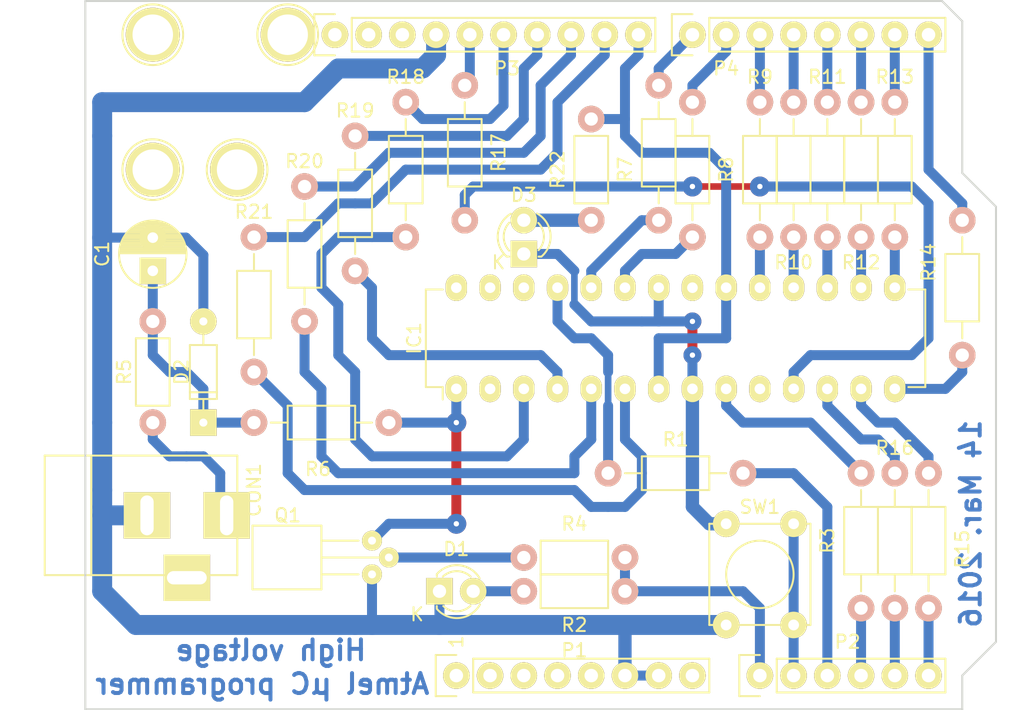
<source format=kicad_pcb>
(kicad_pcb (version 4) (host pcbnew 4.0.1-stable)

  (general
    (links 62)
    (no_connects 1)
    (area 110.922999 72.949999 179.653001 126.440001)
    (thickness 1.6)
    (drawings 26)
    (tracks 228)
    (zones 0)
    (modules 38)
    (nets 45)
  )

  (page A4)
  (title_block
    (title "AVR Fuse Rescue Shield for Arduino")
    (date 2016-03-14)
    (rev 1.0)
    (comment 1 "Based on Arduino-based AVR High Voltage Programmer by Jeff Keyzer (‎@mightyohm).")
  )

  (layers
    (0 F.Cu signal)
    (31 B.Cu signal)
    (32 B.Adhes user)
    (33 F.Adhes user)
    (34 B.Paste user)
    (35 F.Paste user)
    (36 B.SilkS user)
    (37 F.SilkS user)
    (38 B.Mask user)
    (39 F.Mask user)
    (40 Dwgs.User user)
    (41 Cmts.User user)
    (42 Eco1.User user)
    (43 Eco2.User user)
    (44 Edge.Cuts user)
    (45 Margin user)
    (46 B.CrtYd user)
    (47 F.CrtYd user)
    (48 B.Fab user)
    (49 F.Fab user)
  )

  (setup
    (last_trace_width 0.25)
    (user_trace_width 0.5)
    (user_trace_width 0.75)
    (user_trace_width 1)
    (user_trace_width 1.5)
    (trace_clearance 0.2)
    (zone_clearance 0.508)
    (zone_45_only no)
    (trace_min 0.2)
    (segment_width 0.15)
    (edge_width 0.15)
    (via_size 0.6)
    (via_drill 0.4)
    (via_min_size 0.4)
    (via_min_drill 0.3)
    (user_via 1 0.4)
    (user_via 1.2 0.4)
    (user_via 1.35 0.4)
    (user_via 1.5 0.4)
    (uvia_size 0.3)
    (uvia_drill 0.1)
    (uvias_allowed no)
    (uvia_min_size 0.2)
    (uvia_min_drill 0.1)
    (pcb_text_width 0.3)
    (pcb_text_size 1.5 1.5)
    (mod_edge_width 0.15)
    (mod_text_size 1 1)
    (mod_text_width 0.15)
    (pad_size 1.5 1.5)
    (pad_drill 0.6)
    (pad_to_mask_clearance 0)
    (aux_axis_origin 110.998 126.365)
    (grid_origin 110.998 126.365)
    (visible_elements 7FFFFFFF)
    (pcbplotparams
      (layerselection 0x00030_80000001)
      (usegerberextensions false)
      (excludeedgelayer true)
      (linewidth 0.100000)
      (plotframeref false)
      (viasonmask false)
      (mode 1)
      (useauxorigin false)
      (hpglpennumber 1)
      (hpglpenspeed 20)
      (hpglpendiameter 15)
      (hpglpenoverlay 2)
      (psnegative false)
      (psa4output false)
      (plotreference true)
      (plotvalue true)
      (plotinvisibletext false)
      (padsonsilk false)
      (subtractmaskfromsilk false)
      (outputformat 1)
      (mirror false)
      (drillshape 1)
      (scaleselection 1)
      (outputdirectory ""))
  )

  (net 0 "")
  (net 1 /A0)
  (net 2 /A1)
  (net 3 /A2)
  (net 4 /A3)
  (net 5 "/A4(SDA)")
  (net 6 "/A5(SCL)")
  (net 7 "/9(**)")
  (net 8 /8)
  (net 9 /7)
  (net 10 "/6(**)")
  (net 11 "/5(**)")
  (net 12 /4)
  (net 13 "/3(**)")
  (net 14 /2)
  (net 15 "/1(Tx)")
  (net 16 "/0(Rx)")
  (net 17 "/13(SCK)")
  (net 18 "/10(**/SS)")
  (net 19 "/12(MISO)")
  (net 20 "/11(**/MOSI)")
  (net 21 "Net-(C1-Pad1)")
  (net 22 GNDREF)
  (net 23 "Net-(CON1-Pad1)")
  (net 24 "Net-(D1-Pad2)")
  (net 25 "Net-(D3-Pad2)")
  (net 26 "Net-(IC1-Pad1)")
  (net 27 "Net-(IC1-Pad3)")
  (net 28 "Net-(IC1-Pad4)")
  (net 29 "Net-(IC1-Pad5)")
  (net 30 "Net-(IC1-Pad6)")
  (net 31 "Net-(IC1-Pad9)")
  (net 32 "Net-(IC1-Pad11)")
  (net 33 "Net-(IC1-Pad12)")
  (net 34 "Net-(IC1-Pad13)")
  (net 35 "Net-(IC1-Pad14)")
  (net 36 "Net-(IC1-Pad15)")
  (net 37 "Net-(IC1-Pad16)")
  (net 38 "Net-(IC1-Pad17)")
  (net 39 "Net-(IC1-Pad18)")
  (net 40 "Net-(IC1-Pad19)")
  (net 41 "Net-(IC1-Pad23)")
  (net 42 "Net-(IC1-Pad24)")
  (net 43 "Net-(IC1-Pad25)")
  (net 44 "Net-(Q1-Pad2)")

  (net_class Default "This is the default net class."
    (clearance 0.2)
    (trace_width 0.25)
    (via_dia 0.6)
    (via_drill 0.4)
    (uvia_dia 0.3)
    (uvia_drill 0.1)
    (add_net "/0(Rx)")
    (add_net "/1(Tx)")
    (add_net "/10(**/SS)")
    (add_net "/11(**/MOSI)")
    (add_net "/12(MISO)")
    (add_net "/13(SCK)")
    (add_net /2)
    (add_net "/3(**)")
    (add_net /4)
    (add_net "/5(**)")
    (add_net "/6(**)")
    (add_net /7)
    (add_net /8)
    (add_net "/9(**)")
    (add_net /A0)
    (add_net /A1)
    (add_net /A2)
    (add_net /A3)
    (add_net "/A4(SDA)")
    (add_net "/A5(SCL)")
    (add_net GNDREF)
    (add_net "Net-(C1-Pad1)")
    (add_net "Net-(CON1-Pad1)")
    (add_net "Net-(D1-Pad2)")
    (add_net "Net-(D3-Pad2)")
    (add_net "Net-(IC1-Pad1)")
    (add_net "Net-(IC1-Pad11)")
    (add_net "Net-(IC1-Pad12)")
    (add_net "Net-(IC1-Pad13)")
    (add_net "Net-(IC1-Pad14)")
    (add_net "Net-(IC1-Pad15)")
    (add_net "Net-(IC1-Pad16)")
    (add_net "Net-(IC1-Pad17)")
    (add_net "Net-(IC1-Pad18)")
    (add_net "Net-(IC1-Pad19)")
    (add_net "Net-(IC1-Pad23)")
    (add_net "Net-(IC1-Pad24)")
    (add_net "Net-(IC1-Pad25)")
    (add_net "Net-(IC1-Pad3)")
    (add_net "Net-(IC1-Pad4)")
    (add_net "Net-(IC1-Pad5)")
    (add_net "Net-(IC1-Pad6)")
    (add_net "Net-(IC1-Pad9)")
    (add_net "Net-(Q1-Pad2)")
  )

  (module Socket_Arduino_Uno:Arduino_1pin (layer F.Cu) (tedit 5524FC4A) (tstamp 5524FC44)
    (at 122.428 85.725)
    (descr "module 1 pin (ou trou mecanique de percage)")
    (tags DEV)
    (path /551BBD10)
    (fp_text reference P6 (at 0 -3.048) (layer F.SilkS) hide
      (effects (font (size 1 1) (thickness 0.15)))
    )
    (fp_text value CONN_1 (at 0 2.794) (layer F.Fab) hide
      (effects (font (size 1 1) (thickness 0.15)))
    )
    (fp_circle (center 0 0) (end 0 -2.286) (layer F.SilkS) (width 0.15))
    (pad 1 thru_hole circle (at 0 0) (size 4.064 4.064) (drill 3.048) (layers *.Cu *.Mask F.SilkS))
  )

  (module Resistors_ThroughHole:Resistor_Horizontal_RM10mm placed (layer F.Cu) (tedit 56E5D5F9) (tstamp 56E2FBDD)
    (at 177.038 99.695 90)
    (descr "Resistor, Axial,  RM 10mm, 1/3W")
    (tags "Resistor Axial RM 10mm 1/3W")
    (path /56E4D8F2)
    (fp_text reference R14 (at 6.985 -2.54 90) (layer F.SilkS)
      (effects (font (size 1 1) (thickness 0.15)))
    )
    (fp_text value 1K (at 5.08 3.81 90) (layer F.Fab)
      (effects (font (size 1 1) (thickness 0.15)))
    )
    (fp_line (start -1.25 -1.5) (end 11.4 -1.5) (layer F.CrtYd) (width 0.05))
    (fp_line (start -1.25 1.5) (end -1.25 -1.5) (layer F.CrtYd) (width 0.05))
    (fp_line (start 11.4 -1.5) (end 11.4 1.5) (layer F.CrtYd) (width 0.05))
    (fp_line (start -1.25 1.5) (end 11.4 1.5) (layer F.CrtYd) (width 0.05))
    (fp_line (start 2.54 -1.27) (end 7.62 -1.27) (layer F.SilkS) (width 0.15))
    (fp_line (start 7.62 -1.27) (end 7.62 1.27) (layer F.SilkS) (width 0.15))
    (fp_line (start 7.62 1.27) (end 2.54 1.27) (layer F.SilkS) (width 0.15))
    (fp_line (start 2.54 1.27) (end 2.54 -1.27) (layer F.SilkS) (width 0.15))
    (fp_line (start 2.54 0) (end 1.27 0) (layer F.SilkS) (width 0.15))
    (fp_line (start 7.62 0) (end 8.89 0) (layer F.SilkS) (width 0.15))
    (pad 1 thru_hole circle (at 0 0 90) (size 1.99898 1.99898) (drill 1.00076) (layers *.Cu *.SilkS *.Mask)
      (net 35 "Net-(IC1-Pad14)"))
    (pad 2 thru_hole circle (at 10.16 0 90) (size 1.99898 1.99898) (drill 1.00076) (layers *.Cu *.SilkS *.Mask)
      (net 16 "/0(Rx)"))
    (model Resistors_ThroughHole.3dshapes/Resistor_Horizontal_RM10mm.wrl
      (at (xyz 0.2 0 0))
      (scale (xyz 0.4 0.4 0.4))
      (rotate (xyz 0 0 0))
    )
  )

  (module Socket_Arduino_Uno:Socket_Strip_Arduino_1x08 locked (layer F.Cu) (tedit 56E6E358) (tstamp 551AF9EA)
    (at 138.938 123.825)
    (descr "Through hole socket strip")
    (tags "socket strip")
    (path /5517C2C1)
    (fp_text reference P1 (at 8.89 -1.905) (layer F.SilkS)
      (effects (font (size 1 1) (thickness 0.15)))
    )
    (fp_text value Power (at 8.89 -4.064) (layer F.Fab)
      (effects (font (size 1 1) (thickness 0.15)))
    )
    (fp_line (start -1.75 -1.75) (end -1.75 1.75) (layer F.CrtYd) (width 0.05))
    (fp_line (start 19.55 -1.75) (end 19.55 1.75) (layer F.CrtYd) (width 0.05))
    (fp_line (start -1.75 -1.75) (end 19.55 -1.75) (layer F.CrtYd) (width 0.05))
    (fp_line (start -1.75 1.75) (end 19.55 1.75) (layer F.CrtYd) (width 0.05))
    (fp_line (start 1.27 1.27) (end 19.05 1.27) (layer F.SilkS) (width 0.15))
    (fp_line (start 19.05 1.27) (end 19.05 -1.27) (layer F.SilkS) (width 0.15))
    (fp_line (start 19.05 -1.27) (end 1.27 -1.27) (layer F.SilkS) (width 0.15))
    (fp_line (start -1.55 1.55) (end 0 1.55) (layer F.SilkS) (width 0.15))
    (fp_line (start 1.27 1.27) (end 1.27 -1.27) (layer F.SilkS) (width 0.15))
    (fp_line (start 0 -1.55) (end -1.55 -1.55) (layer F.SilkS) (width 0.15))
    (fp_line (start -1.55 -1.55) (end -1.55 1.55) (layer F.SilkS) (width 0.15))
    (pad 1 thru_hole oval (at 0 0) (size 2 2) (drill 1.016) (layers *.Cu *.Mask F.SilkS))
    (pad 2 thru_hole oval (at 2.54 0) (size 2 2) (drill 1.016) (layers *.Cu *.Mask F.SilkS))
    (pad 3 thru_hole oval (at 5.08 0) (size 2 2) (drill 1.016) (layers *.Cu *.Mask F.SilkS))
    (pad 4 thru_hole oval (at 7.62 0) (size 2 2) (drill 1.016) (layers *.Cu *.Mask F.SilkS))
    (pad 5 thru_hole oval (at 10.16 0) (size 2 2) (drill 1.016) (layers *.Cu *.Mask F.SilkS))
    (pad 6 thru_hole oval (at 12.7 0) (size 2 2) (drill 1.016) (layers *.Cu *.Mask F.SilkS)
      (net 22 GNDREF))
    (pad 7 thru_hole oval (at 15.24 0) (size 2 2) (drill 1.016) (layers *.Cu *.Mask F.SilkS)
      (net 22 GNDREF))
    (pad 8 thru_hole oval (at 17.78 0) (size 2 2) (drill 1.016) (layers *.Cu *.Mask F.SilkS))
    (model ${KIPRJMOD}/Socket_Arduino_Uno.3dshapes/Socket_header_Arduino_1x08.wrl
      (at (xyz 0.35 0 0))
      (scale (xyz 1 1 1))
      (rotate (xyz 0 0 180))
    )
  )

  (module Socket_Arduino_Uno:Socket_Strip_Arduino_1x06 locked (layer F.Cu) (tedit 56E6E391) (tstamp 551AF9FF)
    (at 161.798 123.825)
    (descr "Through hole socket strip")
    (tags "socket strip")
    (path /5517C323)
    (fp_text reference P2 (at 6.604 -2.54) (layer F.SilkS)
      (effects (font (size 1 1) (thickness 0.15)))
    )
    (fp_text value Analog (at 6.604 -4.064) (layer F.Fab)
      (effects (font (size 1 1) (thickness 0.15)))
    )
    (fp_line (start -1.75 -1.75) (end -1.75 1.75) (layer F.CrtYd) (width 0.05))
    (fp_line (start 14.45 -1.75) (end 14.45 1.75) (layer F.CrtYd) (width 0.05))
    (fp_line (start -1.75 -1.75) (end 14.45 -1.75) (layer F.CrtYd) (width 0.05))
    (fp_line (start -1.75 1.75) (end 14.45 1.75) (layer F.CrtYd) (width 0.05))
    (fp_line (start 1.27 1.27) (end 13.97 1.27) (layer F.SilkS) (width 0.15))
    (fp_line (start 13.97 1.27) (end 13.97 -1.27) (layer F.SilkS) (width 0.15))
    (fp_line (start 13.97 -1.27) (end 1.27 -1.27) (layer F.SilkS) (width 0.15))
    (fp_line (start -1.55 1.55) (end 0 1.55) (layer F.SilkS) (width 0.15))
    (fp_line (start 1.27 1.27) (end 1.27 -1.27) (layer F.SilkS) (width 0.15))
    (fp_line (start 0 -1.55) (end -1.55 -1.55) (layer F.SilkS) (width 0.15))
    (fp_line (start -1.55 -1.55) (end -1.55 1.55) (layer F.SilkS) (width 0.15))
    (pad 1 thru_hole oval (at 0 0) (size 2 2) (drill 1.016) (layers *.Cu *.Mask F.SilkS)
      (net 1 /A0))
    (pad 2 thru_hole oval (at 2.54 0) (size 2 2) (drill 1.016) (layers *.Cu *.Mask F.SilkS)
      (net 2 /A1))
    (pad 3 thru_hole oval (at 5.08 0) (size 2 2) (drill 1.016) (layers *.Cu *.Mask F.SilkS)
      (net 3 /A2))
    (pad 4 thru_hole oval (at 7.62 0) (size 2 2) (drill 1.016) (layers *.Cu *.Mask F.SilkS)
      (net 4 /A3))
    (pad 5 thru_hole oval (at 10.16 0) (size 2 2) (drill 1.016) (layers *.Cu *.Mask F.SilkS)
      (net 5 "/A4(SDA)"))
    (pad 6 thru_hole oval (at 12.7 0) (size 2 2) (drill 1.016) (layers *.Cu *.Mask F.SilkS)
      (net 6 "/A5(SCL)"))
    (model ${KIPRJMOD}/Socket_Arduino_Uno.3dshapes/Socket_header_Arduino_1x06.wrl
      (at (xyz 0.25 0 0))
      (scale (xyz 1 1 1))
      (rotate (xyz 0 0 180))
    )
  )

  (module Socket_Arduino_Uno:Socket_Strip_Arduino_1x10 locked (layer F.Cu) (tedit 56E6E2F2) (tstamp 551AFA18)
    (at 129.794 75.565)
    (descr "Through hole socket strip")
    (tags "socket strip")
    (path /5517C46C)
    (fp_text reference P3 (at 12.954 2.54) (layer F.SilkS)
      (effects (font (size 1 1) (thickness 0.15)))
    )
    (fp_text value Digital (at 11.43 4.318) (layer F.Fab)
      (effects (font (size 1 1) (thickness 0.15)))
    )
    (fp_line (start -1.75 -1.75) (end -1.75 1.75) (layer F.CrtYd) (width 0.05))
    (fp_line (start 24.65 -1.75) (end 24.65 1.75) (layer F.CrtYd) (width 0.05))
    (fp_line (start -1.75 -1.75) (end 24.65 -1.75) (layer F.CrtYd) (width 0.05))
    (fp_line (start -1.75 1.75) (end 24.65 1.75) (layer F.CrtYd) (width 0.05))
    (fp_line (start 1.27 1.27) (end 24.13 1.27) (layer F.SilkS) (width 0.15))
    (fp_line (start 24.13 1.27) (end 24.13 -1.27) (layer F.SilkS) (width 0.15))
    (fp_line (start 24.13 -1.27) (end 1.27 -1.27) (layer F.SilkS) (width 0.15))
    (fp_line (start -1.55 1.55) (end 0 1.55) (layer F.SilkS) (width 0.15))
    (fp_line (start 1.27 1.27) (end 1.27 -1.27) (layer F.SilkS) (width 0.15))
    (fp_line (start 0 -1.55) (end -1.55 -1.55) (layer F.SilkS) (width 0.15))
    (fp_line (start -1.55 -1.55) (end -1.55 1.55) (layer F.SilkS) (width 0.15))
    (pad 1 thru_hole oval (at 0 0) (size 2 2) (drill 1.016) (layers *.Cu *.Mask F.SilkS))
    (pad 2 thru_hole oval (at 2.54 0) (size 2 2) (drill 1.016) (layers *.Cu *.Mask F.SilkS))
    (pad 3 thru_hole oval (at 5.08 0) (size 2 2) (drill 1.016) (layers *.Cu *.Mask F.SilkS))
    (pad 4 thru_hole oval (at 7.62 0) (size 2 2) (drill 1.016) (layers *.Cu *.Mask F.SilkS)
      (net 22 GNDREF))
    (pad 5 thru_hole oval (at 10.16 0) (size 2 2) (drill 1.016) (layers *.Cu *.Mask F.SilkS)
      (net 17 "/13(SCK)"))
    (pad 6 thru_hole oval (at 12.7 0) (size 2 2) (drill 1.016) (layers *.Cu *.Mask F.SilkS)
      (net 19 "/12(MISO)"))
    (pad 7 thru_hole oval (at 15.24 0) (size 2 2) (drill 1.016) (layers *.Cu *.Mask F.SilkS)
      (net 20 "/11(**/MOSI)"))
    (pad 8 thru_hole oval (at 17.78 0) (size 2 2) (drill 1.016) (layers *.Cu *.Mask F.SilkS)
      (net 18 "/10(**/SS)"))
    (pad 9 thru_hole oval (at 20.32 0) (size 2 2) (drill 1.016) (layers *.Cu *.Mask F.SilkS)
      (net 7 "/9(**)"))
    (pad 10 thru_hole oval (at 22.86 0) (size 2 2) (drill 1.016) (layers *.Cu *.Mask F.SilkS)
      (net 8 /8))
    (model ${KIPRJMOD}/Socket_Arduino_Uno.3dshapes/Socket_header_Arduino_1x10.wrl
      (at (xyz 0.45 0 0))
      (scale (xyz 1 1 1))
      (rotate (xyz 0 0 180))
    )
  )

  (module Socket_Arduino_Uno:Socket_Strip_Arduino_1x08 locked (layer F.Cu) (tedit 56E6E319) (tstamp 551AFA2F)
    (at 156.718 75.565)
    (descr "Through hole socket strip")
    (tags "socket strip")
    (path /5517C366)
    (fp_text reference P4 (at 2.54 2.54) (layer F.SilkS)
      (effects (font (size 1 1) (thickness 0.15)))
    )
    (fp_text value Digital (at 8.89 4.318) (layer F.Fab)
      (effects (font (size 1 1) (thickness 0.15)))
    )
    (fp_line (start -1.75 -1.75) (end -1.75 1.75) (layer F.CrtYd) (width 0.05))
    (fp_line (start 19.55 -1.75) (end 19.55 1.75) (layer F.CrtYd) (width 0.05))
    (fp_line (start -1.75 -1.75) (end 19.55 -1.75) (layer F.CrtYd) (width 0.05))
    (fp_line (start -1.75 1.75) (end 19.55 1.75) (layer F.CrtYd) (width 0.05))
    (fp_line (start 1.27 1.27) (end 19.05 1.27) (layer F.SilkS) (width 0.15))
    (fp_line (start 19.05 1.27) (end 19.05 -1.27) (layer F.SilkS) (width 0.15))
    (fp_line (start 19.05 -1.27) (end 1.27 -1.27) (layer F.SilkS) (width 0.15))
    (fp_line (start -1.55 1.55) (end 0 1.55) (layer F.SilkS) (width 0.15))
    (fp_line (start 1.27 1.27) (end 1.27 -1.27) (layer F.SilkS) (width 0.15))
    (fp_line (start 0 -1.55) (end -1.55 -1.55) (layer F.SilkS) (width 0.15))
    (fp_line (start -1.55 -1.55) (end -1.55 1.55) (layer F.SilkS) (width 0.15))
    (pad 1 thru_hole oval (at 0 0) (size 2 2) (drill 1.016) (layers *.Cu *.Mask F.SilkS)
      (net 9 /7))
    (pad 2 thru_hole oval (at 2.54 0) (size 2 2) (drill 1.016) (layers *.Cu *.Mask F.SilkS)
      (net 10 "/6(**)"))
    (pad 3 thru_hole oval (at 5.08 0) (size 2 2) (drill 1.016) (layers *.Cu *.Mask F.SilkS)
      (net 11 "/5(**)"))
    (pad 4 thru_hole oval (at 7.62 0) (size 2 2) (drill 1.016) (layers *.Cu *.Mask F.SilkS)
      (net 12 /4))
    (pad 5 thru_hole oval (at 10.16 0) (size 2 2) (drill 1.016) (layers *.Cu *.Mask F.SilkS)
      (net 13 "/3(**)"))
    (pad 6 thru_hole oval (at 12.7 0) (size 2 2) (drill 1.016) (layers *.Cu *.Mask F.SilkS)
      (net 14 /2))
    (pad 7 thru_hole oval (at 15.24 0) (size 2 2) (drill 1.016) (layers *.Cu *.Mask F.SilkS)
      (net 15 "/1(Tx)"))
    (pad 8 thru_hole oval (at 17.78 0) (size 2 2) (drill 1.016) (layers *.Cu *.Mask F.SilkS)
      (net 16 "/0(Rx)"))
    (model ${KIPRJMOD}/Socket_Arduino_Uno.3dshapes/Socket_header_Arduino_1x08.wrl
      (at (xyz 0.35 0 0))
      (scale (xyz 1 1 1))
      (rotate (xyz 0 0 180))
    )
  )

  (module Socket_Arduino_Uno:Arduino_1pin (layer F.Cu) (tedit 5524FC39) (tstamp 5524FC3F)
    (at 116.078 85.725)
    (descr "module 1 pin (ou trou mecanique de percage)")
    (tags DEV)
    (path /551BBC06)
    (fp_text reference P5 (at 0 -3.048) (layer F.SilkS) hide
      (effects (font (size 1 1) (thickness 0.15)))
    )
    (fp_text value CONN_1 (at 0 2.794) (layer F.Fab) hide
      (effects (font (size 1 1) (thickness 0.15)))
    )
    (fp_circle (center 0 0) (end 0 -2.286) (layer F.SilkS) (width 0.15))
    (pad 1 thru_hole circle (at 0 0) (size 4.064 4.064) (drill 3.048) (layers *.Cu *.Mask F.SilkS))
  )

  (module Socket_Arduino_Uno:Arduino_1pin locked (layer F.Cu) (tedit 5524FC2F) (tstamp 5524FC49)
    (at 126.238 75.565)
    (descr "module 1 pin (ou trou mecanique de percage)")
    (tags DEV)
    (path /551BBD30)
    (fp_text reference P7 (at 0 -3.048) (layer F.SilkS) hide
      (effects (font (size 1 1) (thickness 0.15)))
    )
    (fp_text value CONN_1 (at 0 2.794) (layer F.Fab) hide
      (effects (font (size 1 1) (thickness 0.15)))
    )
    (fp_circle (center 0 0) (end 0 -2.286) (layer F.SilkS) (width 0.15))
    (pad 1 thru_hole circle (at 0 0) (size 4.064 4.064) (drill 3.048) (layers *.Cu *.Mask F.SilkS))
  )

  (module Socket_Arduino_Uno:Arduino_1pin (layer F.Cu) (tedit 5524FC41) (tstamp 5524FC4E)
    (at 116.078 75.565)
    (descr "module 1 pin (ou trou mecanique de percage)")
    (tags DEV)
    (path /551BBD52)
    (fp_text reference P8 (at 0 -3.048) (layer F.SilkS) hide
      (effects (font (size 1 1) (thickness 0.15)))
    )
    (fp_text value CONN_1 (at 0 2.794) (layer F.Fab) hide
      (effects (font (size 1 1) (thickness 0.15)))
    )
    (fp_circle (center 0 0) (end 0 -2.286) (layer F.SilkS) (width 0.15))
    (pad 1 thru_hole circle (at 0 0) (size 4.064 4.064) (drill 3.048) (layers *.Cu *.Mask F.SilkS))
  )

  (module Capacitors_ThroughHole:C_Radial_D5_L6_P2.5 placed (layer F.Cu) (tedit 56E6E17D) (tstamp 56E2FB49)
    (at 116.078 93.345 90)
    (descr "Radial Electrolytic Capacitor Diameter 5mm x Length 6mm, Pitch 2.5mm")
    (tags "Electrolytic Capacitor")
    (path /56E3244B)
    (fp_text reference C1 (at 1.27 -3.81 270) (layer F.SilkS)
      (effects (font (size 1 1) (thickness 0.15)))
    )
    (fp_text value 10uF (at 1.25 3.8 90) (layer F.Fab)
      (effects (font (size 1 1) (thickness 0.15)))
    )
    (fp_line (start 1.325 -2.499) (end 1.325 2.499) (layer F.SilkS) (width 0.15))
    (fp_line (start 1.465 -2.491) (end 1.465 2.491) (layer F.SilkS) (width 0.15))
    (fp_line (start 1.605 -2.475) (end 1.605 -0.095) (layer F.SilkS) (width 0.15))
    (fp_line (start 1.605 0.095) (end 1.605 2.475) (layer F.SilkS) (width 0.15))
    (fp_line (start 1.745 -2.451) (end 1.745 -0.49) (layer F.SilkS) (width 0.15))
    (fp_line (start 1.745 0.49) (end 1.745 2.451) (layer F.SilkS) (width 0.15))
    (fp_line (start 1.885 -2.418) (end 1.885 -0.657) (layer F.SilkS) (width 0.15))
    (fp_line (start 1.885 0.657) (end 1.885 2.418) (layer F.SilkS) (width 0.15))
    (fp_line (start 2.025 -2.377) (end 2.025 -0.764) (layer F.SilkS) (width 0.15))
    (fp_line (start 2.025 0.764) (end 2.025 2.377) (layer F.SilkS) (width 0.15))
    (fp_line (start 2.165 -2.327) (end 2.165 -0.835) (layer F.SilkS) (width 0.15))
    (fp_line (start 2.165 0.835) (end 2.165 2.327) (layer F.SilkS) (width 0.15))
    (fp_line (start 2.305 -2.266) (end 2.305 -0.879) (layer F.SilkS) (width 0.15))
    (fp_line (start 2.305 0.879) (end 2.305 2.266) (layer F.SilkS) (width 0.15))
    (fp_line (start 2.445 -2.196) (end 2.445 -0.898) (layer F.SilkS) (width 0.15))
    (fp_line (start 2.445 0.898) (end 2.445 2.196) (layer F.SilkS) (width 0.15))
    (fp_line (start 2.585 -2.114) (end 2.585 -0.896) (layer F.SilkS) (width 0.15))
    (fp_line (start 2.585 0.896) (end 2.585 2.114) (layer F.SilkS) (width 0.15))
    (fp_line (start 2.725 -2.019) (end 2.725 -0.871) (layer F.SilkS) (width 0.15))
    (fp_line (start 2.725 0.871) (end 2.725 2.019) (layer F.SilkS) (width 0.15))
    (fp_line (start 2.865 -1.908) (end 2.865 -0.823) (layer F.SilkS) (width 0.15))
    (fp_line (start 2.865 0.823) (end 2.865 1.908) (layer F.SilkS) (width 0.15))
    (fp_line (start 3.005 -1.78) (end 3.005 -0.745) (layer F.SilkS) (width 0.15))
    (fp_line (start 3.005 0.745) (end 3.005 1.78) (layer F.SilkS) (width 0.15))
    (fp_line (start 3.145 -1.631) (end 3.145 -0.628) (layer F.SilkS) (width 0.15))
    (fp_line (start 3.145 0.628) (end 3.145 1.631) (layer F.SilkS) (width 0.15))
    (fp_line (start 3.285 -1.452) (end 3.285 -0.44) (layer F.SilkS) (width 0.15))
    (fp_line (start 3.285 0.44) (end 3.285 1.452) (layer F.SilkS) (width 0.15))
    (fp_line (start 3.425 -1.233) (end 3.425 1.233) (layer F.SilkS) (width 0.15))
    (fp_line (start 3.565 -0.944) (end 3.565 0.944) (layer F.SilkS) (width 0.15))
    (fp_line (start 3.705 -0.472) (end 3.705 0.472) (layer F.SilkS) (width 0.15))
    (fp_circle (center 2.5 0) (end 2.5 -0.9) (layer F.SilkS) (width 0.15))
    (fp_circle (center 1.25 0) (end 1.25 -2.5375) (layer F.SilkS) (width 0.15))
    (fp_circle (center 1.25 0) (end 1.25 -2.8) (layer F.CrtYd) (width 0.05))
    (pad 1 thru_hole rect (at 0 0 90) (size 2 2) (drill 0.8) (layers *.Cu *.Mask F.SilkS)
      (net 21 "Net-(C1-Pad1)"))
    (pad 2 thru_hole circle (at 2.5 0 90) (size 2 2) (drill 0.8) (layers *.Cu *.Mask F.SilkS)
      (net 22 GNDREF))
    (model Capacitors_ThroughHole.3dshapes/C_Radial_D5_L6_P2.5.wrl
      (at (xyz 0.0492126 0 0))
      (scale (xyz 1 1 1))
      (rotate (xyz 0 0 90))
    )
  )

  (module Connect:BARREL_JACK placed (layer F.Cu) (tedit 56E6DE08) (tstamp 56E2FB50)
    (at 115.443 111.76)
    (descr "DC Barrel Jack")
    (tags "Power Jack")
    (path /56E32761)
    (fp_text reference CON1 (at 8.255 -1.905 90) (layer F.SilkS)
      (effects (font (size 1 1) (thickness 0.15)))
    )
    (fp_text value BARREL_JACK (at 0 -5.99948) (layer F.Fab)
      (effects (font (size 1 1) (thickness 0.15)))
    )
    (fp_line (start -4.0005 -4.50088) (end -4.0005 4.50088) (layer F.SilkS) (width 0.15))
    (fp_line (start -7.50062 -4.50088) (end -7.50062 4.50088) (layer F.SilkS) (width 0.15))
    (fp_line (start -7.50062 4.50088) (end 7.00024 4.50088) (layer F.SilkS) (width 0.15))
    (fp_line (start 7.00024 4.50088) (end 7.00024 -4.50088) (layer F.SilkS) (width 0.15))
    (fp_line (start 7.00024 -4.50088) (end -7.50062 -4.50088) (layer F.SilkS) (width 0.15))
    (pad 1 thru_hole rect (at 6.20014 0) (size 3.50012 3.50012) (drill oval 1.00076 2.99974) (layers *.Cu *.Mask F.SilkS)
      (net 23 "Net-(CON1-Pad1)"))
    (pad 2 thru_hole rect (at 0.20066 0) (size 3.50012 3.50012) (drill oval 1.00076 2.99974) (layers *.Cu *.Mask F.SilkS)
      (net 22 GNDREF))
    (pad 3 thru_hole rect (at 3.2004 4.699) (size 3.50012 3.50012) (drill oval 2.99974 1.00076) (layers *.Cu *.Mask F.SilkS))
  )

  (module LEDs:LED-3MM placed (layer F.Cu) (tedit 56E5D503) (tstamp 56E2FB56)
    (at 137.668 117.475)
    (descr "LED 3mm round vertical")
    (tags "LED  3mm round vertical")
    (path /56E37322)
    (fp_text reference D1 (at 1.27 -3.175) (layer F.SilkS)
      (effects (font (size 1 1) (thickness 0.15)))
    )
    (fp_text value LED (at 1.3 -2.9) (layer F.Fab)
      (effects (font (size 1 1) (thickness 0.15)))
    )
    (fp_line (start -1.2 2.3) (end 3.8 2.3) (layer F.CrtYd) (width 0.05))
    (fp_line (start 3.8 2.3) (end 3.8 -2.2) (layer F.CrtYd) (width 0.05))
    (fp_line (start 3.8 -2.2) (end -1.2 -2.2) (layer F.CrtYd) (width 0.05))
    (fp_line (start -1.2 -2.2) (end -1.2 2.3) (layer F.CrtYd) (width 0.05))
    (fp_line (start -0.199 1.314) (end -0.199 1.114) (layer F.SilkS) (width 0.15))
    (fp_line (start -0.199 -1.28) (end -0.199 -1.1) (layer F.SilkS) (width 0.15))
    (fp_arc (start 1.301 0.034) (end -0.199 -1.286) (angle 108.5) (layer F.SilkS) (width 0.15))
    (fp_arc (start 1.301 0.034) (end 0.25 -1.1) (angle 85.7) (layer F.SilkS) (width 0.15))
    (fp_arc (start 1.311 0.034) (end 3.051 0.994) (angle 110) (layer F.SilkS) (width 0.15))
    (fp_arc (start 1.301 0.034) (end 2.335 1.094) (angle 87.5) (layer F.SilkS) (width 0.15))
    (fp_text user K (at -1.69 1.74) (layer F.SilkS)
      (effects (font (size 1 1) (thickness 0.15)))
    )
    (pad 1 thru_hole rect (at 0 0 90) (size 2 2) (drill 1.00076) (layers *.Cu *.Mask F.SilkS)
      (net 22 GNDREF))
    (pad 2 thru_hole circle (at 2.54 0) (size 2 2) (drill 1.00076) (layers *.Cu *.Mask F.SilkS)
      (net 24 "Net-(D1-Pad2)"))
    (model LEDs.3dshapes/LED-3MM.wrl
      (at (xyz 0.05 0 0))
      (scale (xyz 1 1 1))
      (rotate (xyz 0 0 90))
    )
  )

  (module Discret:DO-35 placed (layer F.Cu) (tedit 56E6E129) (tstamp 56E2FB5C)
    (at 119.888 100.965 270)
    (descr "Diode 3 pas")
    (tags "DIODE DEV")
    (path /56E3251F)
    (fp_text reference D2 (at 0 1.651 270) (layer F.SilkS)
      (effects (font (size 1 1) (thickness 0.15)))
    )
    (fp_text value 12V (at 0 0 270) (layer F.Fab)
      (effects (font (size 1 1) (thickness 0.15)))
    )
    (fp_line (start 2.032 0) (end 3.81 0) (layer F.SilkS) (width 0.15))
    (fp_line (start -2.032 0) (end -3.81 0) (layer F.SilkS) (width 0.15))
    (fp_line (start 1.524 -1.016) (end 1.524 1.016) (layer F.SilkS) (width 0.15))
    (fp_line (start -2.032 -1.016) (end -2.032 1.016) (layer F.SilkS) (width 0.15))
    (fp_line (start -2.032 1.016) (end 2.032 1.016) (layer F.SilkS) (width 0.15))
    (fp_line (start 2.032 1.016) (end 2.032 -1.016) (layer F.SilkS) (width 0.15))
    (fp_line (start 2.032 -1.016) (end -2.032 -1.016) (layer F.SilkS) (width 0.15))
    (pad 1 thru_hole rect (at 3.81 0 270) (size 2 2) (drill 0.6096) (layers *.Cu *.Mask F.SilkS)
      (net 21 "Net-(C1-Pad1)"))
    (pad 2 thru_hole circle (at -3.81 0 270) (size 2 2) (drill 0.6096) (layers *.Cu *.Mask F.SilkS)
      (net 22 GNDREF))
    (model Discret.3dshapes/DO-35.wrl
      (at (xyz 0 0 0))
      (scale (xyz 0.3 0.3 0.3))
      (rotate (xyz 0 0 0))
    )
  )

  (module LEDs:LED-3MM placed (layer F.Cu) (tedit 56E5D5D2) (tstamp 56E2FB62)
    (at 144.018 92.075 90)
    (descr "LED 3mm round vertical")
    (tags "LED  3mm round vertical")
    (path /56E373EF)
    (fp_text reference D3 (at 4.445 0 180) (layer F.SilkS)
      (effects (font (size 1 1) (thickness 0.15)))
    )
    (fp_text value LED (at 1.3 -2.9 90) (layer F.Fab)
      (effects (font (size 1 1) (thickness 0.15)))
    )
    (fp_line (start -1.2 2.3) (end 3.8 2.3) (layer F.CrtYd) (width 0.05))
    (fp_line (start 3.8 2.3) (end 3.8 -2.2) (layer F.CrtYd) (width 0.05))
    (fp_line (start 3.8 -2.2) (end -1.2 -2.2) (layer F.CrtYd) (width 0.05))
    (fp_line (start -1.2 -2.2) (end -1.2 2.3) (layer F.CrtYd) (width 0.05))
    (fp_line (start -0.199 1.314) (end -0.199 1.114) (layer F.SilkS) (width 0.15))
    (fp_line (start -0.199 -1.28) (end -0.199 -1.1) (layer F.SilkS) (width 0.15))
    (fp_arc (start 1.301 0.034) (end -0.199 -1.286) (angle 108.5) (layer F.SilkS) (width 0.15))
    (fp_arc (start 1.301 0.034) (end 0.25 -1.1) (angle 85.7) (layer F.SilkS) (width 0.15))
    (fp_arc (start 1.311 0.034) (end 3.051 0.994) (angle 110) (layer F.SilkS) (width 0.15))
    (fp_arc (start 1.301 0.034) (end 2.335 1.094) (angle 87.5) (layer F.SilkS) (width 0.15))
    (fp_text user K (at -0.635 -1.905 180) (layer F.SilkS)
      (effects (font (size 1 1) (thickness 0.15)))
    )
    (pad 1 thru_hole rect (at 0 0 180) (size 2 2) (drill 1.00076) (layers *.Cu *.Mask F.SilkS)
      (net 22 GNDREF))
    (pad 2 thru_hole circle (at 2.54 0 90) (size 2 2) (drill 1.00076) (layers *.Cu *.Mask F.SilkS)
      (net 25 "Net-(D3-Pad2)"))
    (model LEDs.3dshapes/LED-3MM.wrl
      (at (xyz 0.05 0 0))
      (scale (xyz 1 1 1))
      (rotate (xyz 0 0 90))
    )
  )

  (module Housings_DIP:DIP-28_W7.62mm placed (layer F.Cu) (tedit 56E6E256) (tstamp 56E2FB82)
    (at 138.938 102.235 90)
    (descr "28-lead dip package, row spacing 7.62 mm (300 mils)")
    (tags "dil dip 2.54 300")
    (path /56E2FFD4)
    (fp_text reference IC1 (at 3.81 -3.175 90) (layer F.SilkS)
      (effects (font (size 1 1) (thickness 0.15)))
    )
    (fp_text value ATMEGA328P-P (at 0 -3.72 90) (layer F.Fab)
      (effects (font (size 1 1) (thickness 0.15)))
    )
    (fp_line (start -1.05 -2.45) (end -1.05 35.5) (layer F.CrtYd) (width 0.05))
    (fp_line (start 8.65 -2.45) (end 8.65 35.5) (layer F.CrtYd) (width 0.05))
    (fp_line (start -1.05 -2.45) (end 8.65 -2.45) (layer F.CrtYd) (width 0.05))
    (fp_line (start -1.05 35.5) (end 8.65 35.5) (layer F.CrtYd) (width 0.05))
    (fp_line (start 0.135 -2.295) (end 0.135 -1.025) (layer F.SilkS) (width 0.15))
    (fp_line (start 7.485 -2.295) (end 7.485 -1.025) (layer F.SilkS) (width 0.15))
    (fp_line (start 7.485 35.315) (end 7.485 34.045) (layer F.SilkS) (width 0.15))
    (fp_line (start 0.135 35.315) (end 0.135 34.045) (layer F.SilkS) (width 0.15))
    (fp_line (start 0.135 -2.295) (end 7.485 -2.295) (layer F.SilkS) (width 0.15))
    (fp_line (start 0.135 35.315) (end 7.485 35.315) (layer F.SilkS) (width 0.15))
    (fp_line (start 0.135 -1.025) (end -0.8 -1.025) (layer F.SilkS) (width 0.15))
    (pad 1 thru_hole oval (at 0 0 90) (size 2 1.6) (drill 0.8) (layers *.Cu *.Mask F.SilkS)
      (net 26 "Net-(IC1-Pad1)"))
    (pad 2 thru_hole oval (at 0 2.54 90) (size 2 1.6) (drill 0.8) (layers *.Cu *.Mask F.SilkS))
    (pad 3 thru_hole oval (at 0 5.08 90) (size 2 1.6) (drill 0.8) (layers *.Cu *.Mask F.SilkS)
      (net 27 "Net-(IC1-Pad3)"))
    (pad 4 thru_hole oval (at 0 7.62 90) (size 2 1.6) (drill 0.8) (layers *.Cu *.Mask F.SilkS)
      (net 28 "Net-(IC1-Pad4)"))
    (pad 5 thru_hole oval (at 0 10.16 90) (size 2 1.6) (drill 0.8) (layers *.Cu *.Mask F.SilkS)
      (net 29 "Net-(IC1-Pad5)"))
    (pad 6 thru_hole oval (at 0 12.7 90) (size 2 1.6) (drill 0.8) (layers *.Cu *.Mask F.SilkS)
      (net 30 "Net-(IC1-Pad6)"))
    (pad 7 thru_hole oval (at 0 15.24 90) (size 2 1.6) (drill 0.8) (layers *.Cu *.Mask F.SilkS)
      (net 8 /8))
    (pad 8 thru_hole oval (at 0 17.78 90) (size 2 1.6) (drill 0.8) (layers *.Cu *.Mask F.SilkS)
      (net 22 GNDREF))
    (pad 9 thru_hole oval (at 0 20.32 90) (size 2 1.6) (drill 0.8) (layers *.Cu *.Mask F.SilkS)
      (net 31 "Net-(IC1-Pad9)"))
    (pad 10 thru_hole oval (at 0 22.86 90) (size 2 1.6) (drill 0.8) (layers *.Cu *.Mask F.SilkS))
    (pad 11 thru_hole oval (at 0 25.4 90) (size 2 1.6) (drill 0.8) (layers *.Cu *.Mask F.SilkS)
      (net 32 "Net-(IC1-Pad11)"))
    (pad 12 thru_hole oval (at 0 27.94 90) (size 2 1.6) (drill 0.8) (layers *.Cu *.Mask F.SilkS)
      (net 33 "Net-(IC1-Pad12)"))
    (pad 13 thru_hole oval (at 0 30.48 90) (size 2 1.6) (drill 0.8) (layers *.Cu *.Mask F.SilkS)
      (net 34 "Net-(IC1-Pad13)"))
    (pad 14 thru_hole oval (at 0 33.02 90) (size 2 1.6) (drill 0.8) (layers *.Cu *.Mask F.SilkS)
      (net 35 "Net-(IC1-Pad14)"))
    (pad 15 thru_hole oval (at 7.62 33.02 90) (size 2 1.6) (drill 0.8) (layers *.Cu *.Mask F.SilkS)
      (net 36 "Net-(IC1-Pad15)"))
    (pad 16 thru_hole oval (at 7.62 30.48 90) (size 2 1.6) (drill 0.8) (layers *.Cu *.Mask F.SilkS)
      (net 37 "Net-(IC1-Pad16)"))
    (pad 17 thru_hole oval (at 7.62 27.94 90) (size 2 1.6) (drill 0.8) (layers *.Cu *.Mask F.SilkS)
      (net 38 "Net-(IC1-Pad17)"))
    (pad 18 thru_hole oval (at 7.62 25.4 90) (size 2 1.6) (drill 0.8) (layers *.Cu *.Mask F.SilkS)
      (net 39 "Net-(IC1-Pad18)"))
    (pad 19 thru_hole oval (at 7.62 22.86 90) (size 2 1.6) (drill 0.8) (layers *.Cu *.Mask F.SilkS)
      (net 40 "Net-(IC1-Pad19)"))
    (pad 20 thru_hole oval (at 7.62 20.32 90) (size 2 1.6) (drill 0.8) (layers *.Cu *.Mask F.SilkS)
      (net 8 /8))
    (pad 21 thru_hole oval (at 7.62 17.78 90) (size 2 1.6) (drill 0.8) (layers *.Cu *.Mask F.SilkS))
    (pad 22 thru_hole oval (at 7.62 15.24 90) (size 2 1.6) (drill 0.8) (layers *.Cu *.Mask F.SilkS)
      (net 22 GNDREF))
    (pad 23 thru_hole oval (at 7.62 12.7 90) (size 2 1.6) (drill 0.8) (layers *.Cu *.Mask F.SilkS)
      (net 41 "Net-(IC1-Pad23)"))
    (pad 24 thru_hole oval (at 7.62 10.16 90) (size 2 1.6) (drill 0.8) (layers *.Cu *.Mask F.SilkS)
      (net 42 "Net-(IC1-Pad24)"))
    (pad 25 thru_hole oval (at 7.62 7.62 90) (size 2 1.6) (drill 0.8) (layers *.Cu *.Mask F.SilkS)
      (net 43 "Net-(IC1-Pad25)"))
    (pad 26 thru_hole oval (at 7.62 5.08 90) (size 2 1.6) (drill 0.8) (layers *.Cu *.Mask F.SilkS))
    (pad 27 thru_hole oval (at 7.62 2.54 90) (size 2 1.6) (drill 0.8) (layers *.Cu *.Mask F.SilkS))
    (pad 28 thru_hole oval (at 7.62 0 90) (size 2 1.6) (drill 0.8) (layers *.Cu *.Mask F.SilkS))
    (model Housings_DIP.3dshapes/DIP-28_W7.62mm.wrl
      (at (xyz 0 0 0))
      (scale (xyz 1 1 1))
      (rotate (xyz 0 0 0))
    )
  )

  (module TO_SOT_Packages_THT:TO-92_Horizontal2_Molded_Narrow placed (layer F.Cu) (tedit 56E6E3FA) (tstamp 56E2FB89)
    (at 132.588 116.205 90)
    (descr "TO-92 horizontal, leads molded, narrow, drill 0.6mm (see NXP sot054_po.pdf)")
    (tags "to-92 sc-43 sc-43a sot54 PA33 transistor")
    (path /56E3238F)
    (fp_text reference Q1 (at 4.445 -6.35 360) (layer F.SilkS)
      (effects (font (size 1 1) (thickness 0.15)))
    )
    (fp_text value Q_NPN_EBC (at 0 4 90) (layer F.Fab)
      (effects (font (size 1 1) (thickness 0.15)))
    )
    (fp_line (start 2.54 -1.016) (end 2.54 -3.81) (layer F.SilkS) (width 0.15))
    (fp_line (start 1.27 0.5) (end 1.27 -3.81) (layer F.SilkS) (width 0.15))
    (fp_line (start 0 -1.016) (end 0 -3.81) (layer F.SilkS) (width 0.15))
    (fp_line (start 3.67 -3.81) (end -1.13 -3.81) (layer F.SilkS) (width 0.15))
    (fp_line (start -1.13 -3.81) (end -1.13 -9) (layer F.SilkS) (width 0.15))
    (fp_line (start -1.13 -9) (end 3.67 -9) (layer F.SilkS) (width 0.15))
    (fp_line (start 3.67 -9) (end 3.67 -3.81) (layer F.SilkS) (width 0.15))
    (fp_line (start 3.95 -9.25) (end 3.95 2.05) (layer F.CrtYd) (width 0.05))
    (fp_line (start 3.95 -9.25) (end -1.4 -9.25) (layer F.CrtYd) (width 0.05))
    (fp_line (start -1.4 -9.25) (end -1.4 2.05) (layer F.CrtYd) (width 0.05))
    (fp_line (start 3.95 2.05) (end -1.4 2.05) (layer F.CrtYd) (width 0.05))
    (pad 2 thru_hole circle (at 1.27 1.27) (size 1.5 1.5) (drill 0.6) (layers *.Cu *.Mask F.SilkS)
      (net 44 "Net-(Q1-Pad2)"))
    (pad 1 thru_hole circle (at 0 0) (size 1.5 1.5) (drill 0.6) (layers *.Cu *.Mask F.SilkS)
      (net 22 GNDREF))
    (pad 3 thru_hole circle (at 2.54 0) (size 1.5 1.5) (drill 0.6) (layers *.Cu *.Mask F.SilkS)
      (net 26 "Net-(IC1-Pad1)"))
    (model TO_SOT_Packages_THT.3dshapes/TO-92_Horizontal2_Molded_Narrow.wrl
      (at (xyz 0.05 0 0))
      (scale (xyz 1 1 1))
      (rotate (xyz 0 0 90))
    )
  )

  (module Resistors_ThroughHole:Resistor_Horizontal_RM10mm placed (layer F.Cu) (tedit 56E5D526) (tstamp 56E2FB8F)
    (at 150.368 108.585)
    (descr "Resistor, Axial,  RM 10mm, 1/3W")
    (tags "Resistor Axial RM 10mm 1/3W")
    (path /56E515D1)
    (fp_text reference R1 (at 5.08 -2.54) (layer F.SilkS)
      (effects (font (size 1 1) (thickness 0.15)))
    )
    (fp_text value 1K (at 5.08 3.81) (layer F.Fab)
      (effects (font (size 1 1) (thickness 0.15)))
    )
    (fp_line (start -1.25 -1.5) (end 11.4 -1.5) (layer F.CrtYd) (width 0.05))
    (fp_line (start -1.25 1.5) (end -1.25 -1.5) (layer F.CrtYd) (width 0.05))
    (fp_line (start 11.4 -1.5) (end 11.4 1.5) (layer F.CrtYd) (width 0.05))
    (fp_line (start -1.25 1.5) (end 11.4 1.5) (layer F.CrtYd) (width 0.05))
    (fp_line (start 2.54 -1.27) (end 7.62 -1.27) (layer F.SilkS) (width 0.15))
    (fp_line (start 7.62 -1.27) (end 7.62 1.27) (layer F.SilkS) (width 0.15))
    (fp_line (start 7.62 1.27) (end 2.54 1.27) (layer F.SilkS) (width 0.15))
    (fp_line (start 2.54 1.27) (end 2.54 -1.27) (layer F.SilkS) (width 0.15))
    (fp_line (start 2.54 0) (end 1.27 0) (layer F.SilkS) (width 0.15))
    (fp_line (start 7.62 0) (end 8.89 0) (layer F.SilkS) (width 0.15))
    (pad 1 thru_hole circle (at 0 0) (size 1.99898 1.99898) (drill 1.00076) (layers *.Cu *.SilkS *.Mask)
      (net 43 "Net-(IC1-Pad25)"))
    (pad 2 thru_hole circle (at 10.16 0) (size 1.99898 1.99898) (drill 1.00076) (layers *.Cu *.SilkS *.Mask)
      (net 3 /A2))
    (model Resistors_ThroughHole.3dshapes/Resistor_Horizontal_RM10mm.wrl
      (at (xyz 0.2 0 0))
      (scale (xyz 0.4 0.4 0.4))
      (rotate (xyz 0 0 0))
    )
  )

  (module Resistors_ThroughHole:Resistor_Horizontal_RM7mm placed (layer F.Cu) (tedit 56E5D4E8) (tstamp 56E2FB95)
    (at 151.638 117.475 180)
    (descr "Resistor, Axial,  RM 7.62mm, 1/3W,")
    (tags "Resistor Axial RM 7.62mm 1/3W R3")
    (path /56E515CB)
    (fp_text reference R2 (at 3.81 -2.54 180) (layer F.SilkS)
      (effects (font (size 1 1) (thickness 0.15)))
    )
    (fp_text value 1K (at 3.81 3.81 180) (layer F.Fab)
      (effects (font (size 1 1) (thickness 0.15)))
    )
    (fp_line (start -1.25 -1.5) (end 8.85 -1.5) (layer F.CrtYd) (width 0.05))
    (fp_line (start -1.25 1.5) (end -1.25 -1.5) (layer F.CrtYd) (width 0.05))
    (fp_line (start 8.85 -1.5) (end 8.85 1.5) (layer F.CrtYd) (width 0.05))
    (fp_line (start -1.25 1.5) (end 8.85 1.5) (layer F.CrtYd) (width 0.05))
    (fp_line (start 1.27 -1.27) (end 6.35 -1.27) (layer F.SilkS) (width 0.15))
    (fp_line (start 6.35 -1.27) (end 6.35 1.27) (layer F.SilkS) (width 0.15))
    (fp_line (start 6.35 1.27) (end 1.27 1.27) (layer F.SilkS) (width 0.15))
    (fp_line (start 1.27 1.27) (end 1.27 -1.27) (layer F.SilkS) (width 0.15))
    (pad 1 thru_hole circle (at 0 0 180) (size 1.99898 1.99898) (drill 1.00076) (layers *.Cu *.SilkS *.Mask)
      (net 1 /A0))
    (pad 2 thru_hole circle (at 7.62 0 180) (size 1.99898 1.99898) (drill 1.00076) (layers *.Cu *.SilkS *.Mask)
      (net 24 "Net-(D1-Pad2)"))
  )

  (module Resistors_ThroughHole:Resistor_Horizontal_RM10mm placed (layer F.Cu) (tedit 56E5D566) (tstamp 56E2FB9B)
    (at 169.418 108.585 270)
    (descr "Resistor, Axial,  RM 10mm, 1/3W")
    (tags "Resistor Axial RM 10mm 1/3W")
    (path /56E515BF)
    (fp_text reference R3 (at 5.08 2.54 450) (layer F.SilkS)
      (effects (font (size 1 1) (thickness 0.15)))
    )
    (fp_text value 1K (at 5.08 3.81 270) (layer F.Fab)
      (effects (font (size 1 1) (thickness 0.15)))
    )
    (fp_line (start -1.25 -1.5) (end 11.4 -1.5) (layer F.CrtYd) (width 0.05))
    (fp_line (start -1.25 1.5) (end -1.25 -1.5) (layer F.CrtYd) (width 0.05))
    (fp_line (start 11.4 -1.5) (end 11.4 1.5) (layer F.CrtYd) (width 0.05))
    (fp_line (start -1.25 1.5) (end 11.4 1.5) (layer F.CrtYd) (width 0.05))
    (fp_line (start 2.54 -1.27) (end 7.62 -1.27) (layer F.SilkS) (width 0.15))
    (fp_line (start 7.62 -1.27) (end 7.62 1.27) (layer F.SilkS) (width 0.15))
    (fp_line (start 7.62 1.27) (end 2.54 1.27) (layer F.SilkS) (width 0.15))
    (fp_line (start 2.54 1.27) (end 2.54 -1.27) (layer F.SilkS) (width 0.15))
    (fp_line (start 2.54 0) (end 1.27 0) (layer F.SilkS) (width 0.15))
    (fp_line (start 7.62 0) (end 8.89 0) (layer F.SilkS) (width 0.15))
    (pad 1 thru_hole circle (at 0 0 270) (size 1.99898 1.99898) (drill 1.00076) (layers *.Cu *.SilkS *.Mask)
      (net 31 "Net-(IC1-Pad9)"))
    (pad 2 thru_hole circle (at 10.16 0 270) (size 1.99898 1.99898) (drill 1.00076) (layers *.Cu *.SilkS *.Mask)
      (net 4 /A3))
    (model Resistors_ThroughHole.3dshapes/Resistor_Horizontal_RM10mm.wrl
      (at (xyz 0.2 0 0))
      (scale (xyz 0.4 0.4 0.4))
      (rotate (xyz 0 0 0))
    )
  )

  (module Resistors_ThroughHole:Resistor_Horizontal_RM7mm placed (layer F.Cu) (tedit 56E5D4E2) (tstamp 56E2FBA1)
    (at 144.018 114.935)
    (descr "Resistor, Axial,  RM 7.62mm, 1/3W,")
    (tags "Resistor Axial RM 7.62mm 1/3W R3")
    (path /56E3E7B5)
    (fp_text reference R4 (at 3.81 -2.54) (layer F.SilkS)
      (effects (font (size 1 1) (thickness 0.15)))
    )
    (fp_text value 1K (at 3.81 3.81) (layer F.Fab)
      (effects (font (size 1 1) (thickness 0.15)))
    )
    (fp_line (start -1.25 -1.5) (end 8.85 -1.5) (layer F.CrtYd) (width 0.05))
    (fp_line (start -1.25 1.5) (end -1.25 -1.5) (layer F.CrtYd) (width 0.05))
    (fp_line (start 8.85 -1.5) (end 8.85 1.5) (layer F.CrtYd) (width 0.05))
    (fp_line (start -1.25 1.5) (end 8.85 1.5) (layer F.CrtYd) (width 0.05))
    (fp_line (start 1.27 -1.27) (end 6.35 -1.27) (layer F.SilkS) (width 0.15))
    (fp_line (start 6.35 -1.27) (end 6.35 1.27) (layer F.SilkS) (width 0.15))
    (fp_line (start 6.35 1.27) (end 1.27 1.27) (layer F.SilkS) (width 0.15))
    (fp_line (start 1.27 1.27) (end 1.27 -1.27) (layer F.SilkS) (width 0.15))
    (pad 1 thru_hole circle (at 0 0) (size 1.99898 1.99898) (drill 1.00076) (layers *.Cu *.SilkS *.Mask)
      (net 44 "Net-(Q1-Pad2)"))
    (pad 2 thru_hole circle (at 7.62 0) (size 1.99898 1.99898) (drill 1.00076) (layers *.Cu *.SilkS *.Mask)
      (net 1 /A0))
  )

  (module Resistors_ThroughHole:Resistor_Horizontal_RM7mm placed (layer F.Cu) (tedit 56E6DDD1) (tstamp 56E2FBA7)
    (at 116.078 97.155 270)
    (descr "Resistor, Axial,  RM 7.62mm, 1/3W,")
    (tags "Resistor Axial RM 7.62mm 1/3W R3")
    (path /56E372A8)
    (fp_text reference R5 (at 3.81 2.159 270) (layer F.SilkS)
      (effects (font (size 1 1) (thickness 0.15)))
    )
    (fp_text value 100 (at 3.81 3.81 270) (layer F.Fab)
      (effects (font (size 1 1) (thickness 0.15)))
    )
    (fp_line (start -1.25 -1.5) (end 8.85 -1.5) (layer F.CrtYd) (width 0.05))
    (fp_line (start -1.25 1.5) (end -1.25 -1.5) (layer F.CrtYd) (width 0.05))
    (fp_line (start 8.85 -1.5) (end 8.85 1.5) (layer F.CrtYd) (width 0.05))
    (fp_line (start -1.25 1.5) (end 8.85 1.5) (layer F.CrtYd) (width 0.05))
    (fp_line (start 1.27 -1.27) (end 6.35 -1.27) (layer F.SilkS) (width 0.15))
    (fp_line (start 6.35 -1.27) (end 6.35 1.27) (layer F.SilkS) (width 0.15))
    (fp_line (start 6.35 1.27) (end 1.27 1.27) (layer F.SilkS) (width 0.15))
    (fp_line (start 1.27 1.27) (end 1.27 -1.27) (layer F.SilkS) (width 0.15))
    (pad 1 thru_hole circle (at 0 0 270) (size 1.99898 1.99898) (drill 1.00076) (layers *.Cu *.SilkS *.Mask)
      (net 21 "Net-(C1-Pad1)"))
    (pad 2 thru_hole circle (at 7.62 0 270) (size 1.99898 1.99898) (drill 1.00076) (layers *.Cu *.SilkS *.Mask)
      (net 23 "Net-(CON1-Pad1)"))
  )

  (module Resistors_ThroughHole:Resistor_Horizontal_RM10mm placed (layer F.Cu) (tedit 56E5D627) (tstamp 56E2FBB3)
    (at 154.178 89.535 90)
    (descr "Resistor, Axial,  RM 10mm, 1/3W")
    (tags "Resistor Axial RM 10mm 1/3W")
    (path /56E4FE74)
    (fp_text reference R7 (at 3.81 -2.54 90) (layer F.SilkS)
      (effects (font (size 1 1) (thickness 0.15)))
    )
    (fp_text value 1K (at 5.08 3.81 90) (layer F.Fab)
      (effects (font (size 1 1) (thickness 0.15)))
    )
    (fp_line (start -1.25 -1.5) (end 11.4 -1.5) (layer F.CrtYd) (width 0.05))
    (fp_line (start -1.25 1.5) (end -1.25 -1.5) (layer F.CrtYd) (width 0.05))
    (fp_line (start 11.4 -1.5) (end 11.4 1.5) (layer F.CrtYd) (width 0.05))
    (fp_line (start -1.25 1.5) (end 11.4 1.5) (layer F.CrtYd) (width 0.05))
    (fp_line (start 2.54 -1.27) (end 7.62 -1.27) (layer F.SilkS) (width 0.15))
    (fp_line (start 7.62 -1.27) (end 7.62 1.27) (layer F.SilkS) (width 0.15))
    (fp_line (start 7.62 1.27) (end 2.54 1.27) (layer F.SilkS) (width 0.15))
    (fp_line (start 2.54 1.27) (end 2.54 -1.27) (layer F.SilkS) (width 0.15))
    (fp_line (start 2.54 0) (end 1.27 0) (layer F.SilkS) (width 0.15))
    (fp_line (start 7.62 0) (end 8.89 0) (layer F.SilkS) (width 0.15))
    (pad 1 thru_hole circle (at 0 0 90) (size 1.99898 1.99898) (drill 1.00076) (layers *.Cu *.SilkS *.Mask)
      (net 42 "Net-(IC1-Pad24)"))
    (pad 2 thru_hole circle (at 10.16 0 90) (size 1.99898 1.99898) (drill 1.00076) (layers *.Cu *.SilkS *.Mask)
      (net 9 /7))
    (model Resistors_ThroughHole.3dshapes/Resistor_Horizontal_RM10mm.wrl
      (at (xyz 0.2 0 0))
      (scale (xyz 0.4 0.4 0.4))
      (rotate (xyz 0 0 0))
    )
  )

  (module Resistors_ThroughHole:Resistor_Horizontal_RM10mm placed (layer F.Cu) (tedit 56E5D63D) (tstamp 56E2FBB9)
    (at 156.718 90.805 90)
    (descr "Resistor, Axial,  RM 10mm, 1/3W")
    (tags "Resistor Axial RM 10mm 1/3W")
    (path /56E4FF29)
    (fp_text reference R8 (at 5.08 2.54 270) (layer F.SilkS)
      (effects (font (size 1 1) (thickness 0.15)))
    )
    (fp_text value 1K (at 5.08 3.81 90) (layer F.Fab)
      (effects (font (size 1 1) (thickness 0.15)))
    )
    (fp_line (start -1.25 -1.5) (end 11.4 -1.5) (layer F.CrtYd) (width 0.05))
    (fp_line (start -1.25 1.5) (end -1.25 -1.5) (layer F.CrtYd) (width 0.05))
    (fp_line (start 11.4 -1.5) (end 11.4 1.5) (layer F.CrtYd) (width 0.05))
    (fp_line (start -1.25 1.5) (end 11.4 1.5) (layer F.CrtYd) (width 0.05))
    (fp_line (start 2.54 -1.27) (end 7.62 -1.27) (layer F.SilkS) (width 0.15))
    (fp_line (start 7.62 -1.27) (end 7.62 1.27) (layer F.SilkS) (width 0.15))
    (fp_line (start 7.62 1.27) (end 2.54 1.27) (layer F.SilkS) (width 0.15))
    (fp_line (start 2.54 1.27) (end 2.54 -1.27) (layer F.SilkS) (width 0.15))
    (fp_line (start 2.54 0) (end 1.27 0) (layer F.SilkS) (width 0.15))
    (fp_line (start 7.62 0) (end 8.89 0) (layer F.SilkS) (width 0.15))
    (pad 1 thru_hole circle (at 0 0 90) (size 1.99898 1.99898) (drill 1.00076) (layers *.Cu *.SilkS *.Mask)
      (net 41 "Net-(IC1-Pad23)"))
    (pad 2 thru_hole circle (at 10.16 0 90) (size 1.99898 1.99898) (drill 1.00076) (layers *.Cu *.SilkS *.Mask)
      (net 10 "/6(**)"))
    (model Resistors_ThroughHole.3dshapes/Resistor_Horizontal_RM10mm.wrl
      (at (xyz 0.2 0 0))
      (scale (xyz 0.4 0.4 0.4))
      (rotate (xyz 0 0 0))
    )
  )

  (module Resistors_ThroughHole:Resistor_Horizontal_RM10mm placed (layer F.Cu) (tedit 56E5D6C5) (tstamp 56E2FBBF)
    (at 161.798 90.805 90)
    (descr "Resistor, Axial,  RM 10mm, 1/3W")
    (tags "Resistor Axial RM 10mm 1/3W")
    (path /56E3E6D1)
    (fp_text reference R9 (at 12.065 0 180) (layer F.SilkS)
      (effects (font (size 1 1) (thickness 0.15)))
    )
    (fp_text value 1K (at 5.08 3.81 90) (layer F.Fab)
      (effects (font (size 1 1) (thickness 0.15)))
    )
    (fp_line (start -1.25 -1.5) (end 11.4 -1.5) (layer F.CrtYd) (width 0.05))
    (fp_line (start -1.25 1.5) (end -1.25 -1.5) (layer F.CrtYd) (width 0.05))
    (fp_line (start 11.4 -1.5) (end 11.4 1.5) (layer F.CrtYd) (width 0.05))
    (fp_line (start -1.25 1.5) (end 11.4 1.5) (layer F.CrtYd) (width 0.05))
    (fp_line (start 2.54 -1.27) (end 7.62 -1.27) (layer F.SilkS) (width 0.15))
    (fp_line (start 7.62 -1.27) (end 7.62 1.27) (layer F.SilkS) (width 0.15))
    (fp_line (start 7.62 1.27) (end 2.54 1.27) (layer F.SilkS) (width 0.15))
    (fp_line (start 2.54 1.27) (end 2.54 -1.27) (layer F.SilkS) (width 0.15))
    (fp_line (start 2.54 0) (end 1.27 0) (layer F.SilkS) (width 0.15))
    (fp_line (start 7.62 0) (end 8.89 0) (layer F.SilkS) (width 0.15))
    (pad 1 thru_hole circle (at 0 0 90) (size 1.99898 1.99898) (drill 1.00076) (layers *.Cu *.SilkS *.Mask)
      (net 40 "Net-(IC1-Pad19)"))
    (pad 2 thru_hole circle (at 10.16 0 90) (size 1.99898 1.99898) (drill 1.00076) (layers *.Cu *.SilkS *.Mask)
      (net 11 "/5(**)"))
    (model Resistors_ThroughHole.3dshapes/Resistor_Horizontal_RM10mm.wrl
      (at (xyz 0.2 0 0))
      (scale (xyz 0.4 0.4 0.4))
      (rotate (xyz 0 0 0))
    )
  )

  (module Resistors_ThroughHole:Resistor_Horizontal_RM10mm placed (layer F.Cu) (tedit 56E5D6B5) (tstamp 56E2FBC5)
    (at 164.338 90.805 90)
    (descr "Resistor, Axial,  RM 10mm, 1/3W")
    (tags "Resistor Axial RM 10mm 1/3W")
    (path /56E3E6D7)
    (fp_text reference R10 (at -1.905 0 180) (layer F.SilkS)
      (effects (font (size 1 1) (thickness 0.15)))
    )
    (fp_text value 1K (at 5.08 3.81 90) (layer F.Fab)
      (effects (font (size 1 1) (thickness 0.15)))
    )
    (fp_line (start -1.25 -1.5) (end 11.4 -1.5) (layer F.CrtYd) (width 0.05))
    (fp_line (start -1.25 1.5) (end -1.25 -1.5) (layer F.CrtYd) (width 0.05))
    (fp_line (start 11.4 -1.5) (end 11.4 1.5) (layer F.CrtYd) (width 0.05))
    (fp_line (start -1.25 1.5) (end 11.4 1.5) (layer F.CrtYd) (width 0.05))
    (fp_line (start 2.54 -1.27) (end 7.62 -1.27) (layer F.SilkS) (width 0.15))
    (fp_line (start 7.62 -1.27) (end 7.62 1.27) (layer F.SilkS) (width 0.15))
    (fp_line (start 7.62 1.27) (end 2.54 1.27) (layer F.SilkS) (width 0.15))
    (fp_line (start 2.54 1.27) (end 2.54 -1.27) (layer F.SilkS) (width 0.15))
    (fp_line (start 2.54 0) (end 1.27 0) (layer F.SilkS) (width 0.15))
    (fp_line (start 7.62 0) (end 8.89 0) (layer F.SilkS) (width 0.15))
    (pad 1 thru_hole circle (at 0 0 90) (size 1.99898 1.99898) (drill 1.00076) (layers *.Cu *.SilkS *.Mask)
      (net 39 "Net-(IC1-Pad18)"))
    (pad 2 thru_hole circle (at 10.16 0 90) (size 1.99898 1.99898) (drill 1.00076) (layers *.Cu *.SilkS *.Mask)
      (net 12 /4))
    (model Resistors_ThroughHole.3dshapes/Resistor_Horizontal_RM10mm.wrl
      (at (xyz 0.2 0 0))
      (scale (xyz 0.4 0.4 0.4))
      (rotate (xyz 0 0 0))
    )
  )

  (module Resistors_ThroughHole:Resistor_Horizontal_RM10mm placed (layer F.Cu) (tedit 56E5D6B0) (tstamp 56E2FBCB)
    (at 166.878 90.805 90)
    (descr "Resistor, Axial,  RM 10mm, 1/3W")
    (tags "Resistor Axial RM 10mm 1/3W")
    (path /56E4D86E)
    (fp_text reference R11 (at 12.065 0 180) (layer F.SilkS)
      (effects (font (size 1 1) (thickness 0.15)))
    )
    (fp_text value 1K (at 5.08 3.81 90) (layer F.Fab)
      (effects (font (size 1 1) (thickness 0.15)))
    )
    (fp_line (start -1.25 -1.5) (end 11.4 -1.5) (layer F.CrtYd) (width 0.05))
    (fp_line (start -1.25 1.5) (end -1.25 -1.5) (layer F.CrtYd) (width 0.05))
    (fp_line (start 11.4 -1.5) (end 11.4 1.5) (layer F.CrtYd) (width 0.05))
    (fp_line (start -1.25 1.5) (end 11.4 1.5) (layer F.CrtYd) (width 0.05))
    (fp_line (start 2.54 -1.27) (end 7.62 -1.27) (layer F.SilkS) (width 0.15))
    (fp_line (start 7.62 -1.27) (end 7.62 1.27) (layer F.SilkS) (width 0.15))
    (fp_line (start 7.62 1.27) (end 2.54 1.27) (layer F.SilkS) (width 0.15))
    (fp_line (start 2.54 1.27) (end 2.54 -1.27) (layer F.SilkS) (width 0.15))
    (fp_line (start 2.54 0) (end 1.27 0) (layer F.SilkS) (width 0.15))
    (fp_line (start 7.62 0) (end 8.89 0) (layer F.SilkS) (width 0.15))
    (pad 1 thru_hole circle (at 0 0 90) (size 1.99898 1.99898) (drill 1.00076) (layers *.Cu *.SilkS *.Mask)
      (net 38 "Net-(IC1-Pad17)"))
    (pad 2 thru_hole circle (at 10.16 0 90) (size 1.99898 1.99898) (drill 1.00076) (layers *.Cu *.SilkS *.Mask)
      (net 13 "/3(**)"))
    (model Resistors_ThroughHole.3dshapes/Resistor_Horizontal_RM10mm.wrl
      (at (xyz 0.2 0 0))
      (scale (xyz 0.4 0.4 0.4))
      (rotate (xyz 0 0 0))
    )
  )

  (module Resistors_ThroughHole:Resistor_Horizontal_RM10mm placed (layer F.Cu) (tedit 56E5D6A8) (tstamp 56E2FBD1)
    (at 169.418 90.805 90)
    (descr "Resistor, Axial,  RM 10mm, 1/3W")
    (tags "Resistor Axial RM 10mm 1/3W")
    (path /56E4D874)
    (fp_text reference R12 (at -1.905 0 180) (layer F.SilkS)
      (effects (font (size 1 1) (thickness 0.15)))
    )
    (fp_text value 1K (at 5.08 3.81 90) (layer F.Fab)
      (effects (font (size 1 1) (thickness 0.15)))
    )
    (fp_line (start -1.25 -1.5) (end 11.4 -1.5) (layer F.CrtYd) (width 0.05))
    (fp_line (start -1.25 1.5) (end -1.25 -1.5) (layer F.CrtYd) (width 0.05))
    (fp_line (start 11.4 -1.5) (end 11.4 1.5) (layer F.CrtYd) (width 0.05))
    (fp_line (start -1.25 1.5) (end 11.4 1.5) (layer F.CrtYd) (width 0.05))
    (fp_line (start 2.54 -1.27) (end 7.62 -1.27) (layer F.SilkS) (width 0.15))
    (fp_line (start 7.62 -1.27) (end 7.62 1.27) (layer F.SilkS) (width 0.15))
    (fp_line (start 7.62 1.27) (end 2.54 1.27) (layer F.SilkS) (width 0.15))
    (fp_line (start 2.54 1.27) (end 2.54 -1.27) (layer F.SilkS) (width 0.15))
    (fp_line (start 2.54 0) (end 1.27 0) (layer F.SilkS) (width 0.15))
    (fp_line (start 7.62 0) (end 8.89 0) (layer F.SilkS) (width 0.15))
    (pad 1 thru_hole circle (at 0 0 90) (size 1.99898 1.99898) (drill 1.00076) (layers *.Cu *.SilkS *.Mask)
      (net 37 "Net-(IC1-Pad16)"))
    (pad 2 thru_hole circle (at 10.16 0 90) (size 1.99898 1.99898) (drill 1.00076) (layers *.Cu *.SilkS *.Mask)
      (net 14 /2))
    (model Resistors_ThroughHole.3dshapes/Resistor_Horizontal_RM10mm.wrl
      (at (xyz 0.2 0 0))
      (scale (xyz 0.4 0.4 0.4))
      (rotate (xyz 0 0 0))
    )
  )

  (module Resistors_ThroughHole:Resistor_Horizontal_RM10mm placed (layer F.Cu) (tedit 56E5D6CC) (tstamp 56E2FBD7)
    (at 171.958 90.805 90)
    (descr "Resistor, Axial,  RM 10mm, 1/3W")
    (tags "Resistor Axial RM 10mm 1/3W")
    (path /56E4D8EC)
    (fp_text reference R13 (at 12.065 0 360) (layer F.SilkS)
      (effects (font (size 1 1) (thickness 0.15)))
    )
    (fp_text value 1K (at 5.08 3.81 90) (layer F.Fab)
      (effects (font (size 1 1) (thickness 0.15)))
    )
    (fp_line (start -1.25 -1.5) (end 11.4 -1.5) (layer F.CrtYd) (width 0.05))
    (fp_line (start -1.25 1.5) (end -1.25 -1.5) (layer F.CrtYd) (width 0.05))
    (fp_line (start 11.4 -1.5) (end 11.4 1.5) (layer F.CrtYd) (width 0.05))
    (fp_line (start -1.25 1.5) (end 11.4 1.5) (layer F.CrtYd) (width 0.05))
    (fp_line (start 2.54 -1.27) (end 7.62 -1.27) (layer F.SilkS) (width 0.15))
    (fp_line (start 7.62 -1.27) (end 7.62 1.27) (layer F.SilkS) (width 0.15))
    (fp_line (start 7.62 1.27) (end 2.54 1.27) (layer F.SilkS) (width 0.15))
    (fp_line (start 2.54 1.27) (end 2.54 -1.27) (layer F.SilkS) (width 0.15))
    (fp_line (start 2.54 0) (end 1.27 0) (layer F.SilkS) (width 0.15))
    (fp_line (start 7.62 0) (end 8.89 0) (layer F.SilkS) (width 0.15))
    (pad 1 thru_hole circle (at 0 0 90) (size 1.99898 1.99898) (drill 1.00076) (layers *.Cu *.SilkS *.Mask)
      (net 36 "Net-(IC1-Pad15)"))
    (pad 2 thru_hole circle (at 10.16 0 90) (size 1.99898 1.99898) (drill 1.00076) (layers *.Cu *.SilkS *.Mask)
      (net 15 "/1(Tx)"))
    (model Resistors_ThroughHole.3dshapes/Resistor_Horizontal_RM10mm.wrl
      (at (xyz 0.2 0 0))
      (scale (xyz 0.4 0.4 0.4))
      (rotate (xyz 0 0 0))
    )
  )

  (module Resistors_ThroughHole:Resistor_Horizontal_RM10mm placed (layer F.Cu) (tedit 56E5D583) (tstamp 56E2FBE3)
    (at 174.498 108.585 270)
    (descr "Resistor, Axial,  RM 10mm, 1/3W")
    (tags "Resistor Axial RM 10mm 1/3W")
    (path /56E3E6E9)
    (fp_text reference R15 (at 5.715 -2.54 450) (layer F.SilkS)
      (effects (font (size 1 1) (thickness 0.15)))
    )
    (fp_text value 1K (at 5.08 3.81 270) (layer F.Fab)
      (effects (font (size 1 1) (thickness 0.15)))
    )
    (fp_line (start -1.25 -1.5) (end 11.4 -1.5) (layer F.CrtYd) (width 0.05))
    (fp_line (start -1.25 1.5) (end -1.25 -1.5) (layer F.CrtYd) (width 0.05))
    (fp_line (start 11.4 -1.5) (end 11.4 1.5) (layer F.CrtYd) (width 0.05))
    (fp_line (start -1.25 1.5) (end 11.4 1.5) (layer F.CrtYd) (width 0.05))
    (fp_line (start 2.54 -1.27) (end 7.62 -1.27) (layer F.SilkS) (width 0.15))
    (fp_line (start 7.62 -1.27) (end 7.62 1.27) (layer F.SilkS) (width 0.15))
    (fp_line (start 7.62 1.27) (end 2.54 1.27) (layer F.SilkS) (width 0.15))
    (fp_line (start 2.54 1.27) (end 2.54 -1.27) (layer F.SilkS) (width 0.15))
    (fp_line (start 2.54 0) (end 1.27 0) (layer F.SilkS) (width 0.15))
    (fp_line (start 7.62 0) (end 8.89 0) (layer F.SilkS) (width 0.15))
    (pad 1 thru_hole circle (at 0 0 270) (size 1.99898 1.99898) (drill 1.00076) (layers *.Cu *.SilkS *.Mask)
      (net 34 "Net-(IC1-Pad13)"))
    (pad 2 thru_hole circle (at 10.16 0 270) (size 1.99898 1.99898) (drill 1.00076) (layers *.Cu *.SilkS *.Mask)
      (net 6 "/A5(SCL)"))
    (model Resistors_ThroughHole.3dshapes/Resistor_Horizontal_RM10mm.wrl
      (at (xyz 0.2 0 0))
      (scale (xyz 0.4 0.4 0.4))
      (rotate (xyz 0 0 0))
    )
  )

  (module Resistors_ThroughHole:Resistor_Horizontal_RM10mm placed (layer F.Cu) (tedit 56E5D54E) (tstamp 56E2FBE9)
    (at 171.958 108.585 270)
    (descr "Resistor, Axial,  RM 10mm, 1/3W")
    (tags "Resistor Axial RM 10mm 1/3W")
    (path /56E3E6EF)
    (fp_text reference R16 (at -1.905 0 360) (layer F.SilkS)
      (effects (font (size 1 1) (thickness 0.15)))
    )
    (fp_text value 1K (at 5.08 3.81 270) (layer F.Fab)
      (effects (font (size 1 1) (thickness 0.15)))
    )
    (fp_line (start -1.25 -1.5) (end 11.4 -1.5) (layer F.CrtYd) (width 0.05))
    (fp_line (start -1.25 1.5) (end -1.25 -1.5) (layer F.CrtYd) (width 0.05))
    (fp_line (start 11.4 -1.5) (end 11.4 1.5) (layer F.CrtYd) (width 0.05))
    (fp_line (start -1.25 1.5) (end 11.4 1.5) (layer F.CrtYd) (width 0.05))
    (fp_line (start 2.54 -1.27) (end 7.62 -1.27) (layer F.SilkS) (width 0.15))
    (fp_line (start 7.62 -1.27) (end 7.62 1.27) (layer F.SilkS) (width 0.15))
    (fp_line (start 7.62 1.27) (end 2.54 1.27) (layer F.SilkS) (width 0.15))
    (fp_line (start 2.54 1.27) (end 2.54 -1.27) (layer F.SilkS) (width 0.15))
    (fp_line (start 2.54 0) (end 1.27 0) (layer F.SilkS) (width 0.15))
    (fp_line (start 7.62 0) (end 8.89 0) (layer F.SilkS) (width 0.15))
    (pad 1 thru_hole circle (at 0 0 270) (size 1.99898 1.99898) (drill 1.00076) (layers *.Cu *.SilkS *.Mask)
      (net 33 "Net-(IC1-Pad12)"))
    (pad 2 thru_hole circle (at 10.16 0 270) (size 1.99898 1.99898) (drill 1.00076) (layers *.Cu *.SilkS *.Mask)
      (net 5 "/A4(SDA)"))
    (model Resistors_ThroughHole.3dshapes/Resistor_Horizontal_RM10mm.wrl
      (at (xyz 0.2 0 0))
      (scale (xyz 0.4 0.4 0.4))
      (rotate (xyz 0 0 0))
    )
  )

  (module Resistors_ThroughHole:Resistor_Horizontal_RM10mm placed (layer F.Cu) (tedit 56E5D771) (tstamp 56E2FBEF)
    (at 139.573 89.535 90)
    (descr "Resistor, Axial,  RM 10mm, 1/3W")
    (tags "Resistor Axial RM 10mm 1/3W")
    (path /56E515C5)
    (fp_text reference R17 (at 5.08 2.54 90) (layer F.SilkS)
      (effects (font (size 1 1) (thickness 0.15)))
    )
    (fp_text value 1K (at 5.08 3.81 90) (layer F.Fab)
      (effects (font (size 1 1) (thickness 0.15)))
    )
    (fp_line (start -1.25 -1.5) (end 11.4 -1.5) (layer F.CrtYd) (width 0.05))
    (fp_line (start -1.25 1.5) (end -1.25 -1.5) (layer F.CrtYd) (width 0.05))
    (fp_line (start 11.4 -1.5) (end 11.4 1.5) (layer F.CrtYd) (width 0.05))
    (fp_line (start -1.25 1.5) (end 11.4 1.5) (layer F.CrtYd) (width 0.05))
    (fp_line (start 2.54 -1.27) (end 7.62 -1.27) (layer F.SilkS) (width 0.15))
    (fp_line (start 7.62 -1.27) (end 7.62 1.27) (layer F.SilkS) (width 0.15))
    (fp_line (start 7.62 1.27) (end 2.54 1.27) (layer F.SilkS) (width 0.15))
    (fp_line (start 2.54 1.27) (end 2.54 -1.27) (layer F.SilkS) (width 0.15))
    (fp_line (start 2.54 0) (end 1.27 0) (layer F.SilkS) (width 0.15))
    (fp_line (start 7.62 0) (end 8.89 0) (layer F.SilkS) (width 0.15))
    (pad 1 thru_hole circle (at 0 0 90) (size 1.99898 1.99898) (drill 1.00076) (layers *.Cu *.SilkS *.Mask)
      (net 32 "Net-(IC1-Pad11)"))
    (pad 2 thru_hole circle (at 10.16 0 90) (size 1.99898 1.99898) (drill 1.00076) (layers *.Cu *.SilkS *.Mask)
      (net 17 "/13(SCK)"))
    (model Resistors_ThroughHole.3dshapes/Resistor_Horizontal_RM10mm.wrl
      (at (xyz 0.2 0 0))
      (scale (xyz 0.4 0.4 0.4))
      (rotate (xyz 0 0 0))
    )
  )

  (module Resistors_ThroughHole:Resistor_Horizontal_RM10mm placed (layer F.Cu) (tedit 56E5D754) (tstamp 56E2FBF5)
    (at 135.128 90.805 90)
    (descr "Resistor, Axial,  RM 10mm, 1/3W")
    (tags "Resistor Axial RM 10mm 1/3W")
    (path /56E514CF)
    (fp_text reference R18 (at 12.065 0 180) (layer F.SilkS)
      (effects (font (size 1 1) (thickness 0.15)))
    )
    (fp_text value 1K (at 5.08 3.81 90) (layer F.Fab)
      (effects (font (size 1 1) (thickness 0.15)))
    )
    (fp_line (start -1.25 -1.5) (end 11.4 -1.5) (layer F.CrtYd) (width 0.05))
    (fp_line (start -1.25 1.5) (end -1.25 -1.5) (layer F.CrtYd) (width 0.05))
    (fp_line (start 11.4 -1.5) (end 11.4 1.5) (layer F.CrtYd) (width 0.05))
    (fp_line (start -1.25 1.5) (end 11.4 1.5) (layer F.CrtYd) (width 0.05))
    (fp_line (start 2.54 -1.27) (end 7.62 -1.27) (layer F.SilkS) (width 0.15))
    (fp_line (start 7.62 -1.27) (end 7.62 1.27) (layer F.SilkS) (width 0.15))
    (fp_line (start 7.62 1.27) (end 2.54 1.27) (layer F.SilkS) (width 0.15))
    (fp_line (start 2.54 1.27) (end 2.54 -1.27) (layer F.SilkS) (width 0.15))
    (fp_line (start 2.54 0) (end 1.27 0) (layer F.SilkS) (width 0.15))
    (fp_line (start 7.62 0) (end 8.89 0) (layer F.SilkS) (width 0.15))
    (pad 1 thru_hole circle (at 0 0 90) (size 1.99898 1.99898) (drill 1.00076) (layers *.Cu *.SilkS *.Mask)
      (net 27 "Net-(IC1-Pad3)"))
    (pad 2 thru_hole circle (at 10.16 0 90) (size 1.99898 1.99898) (drill 1.00076) (layers *.Cu *.SilkS *.Mask)
      (net 19 "/12(MISO)"))
    (model Resistors_ThroughHole.3dshapes/Resistor_Horizontal_RM10mm.wrl
      (at (xyz 0.2 0 0))
      (scale (xyz 0.4 0.4 0.4))
      (rotate (xyz 0 0 0))
    )
  )

  (module Resistors_ThroughHole:Resistor_Horizontal_RM10mm placed (layer F.Cu) (tedit 56E5D750) (tstamp 56E2FBFB)
    (at 131.318 93.345 90)
    (descr "Resistor, Axial,  RM 10mm, 1/3W")
    (tags "Resistor Axial RM 10mm 1/3W")
    (path /56E514D5)
    (fp_text reference R19 (at 12.065 0 180) (layer F.SilkS)
      (effects (font (size 1 1) (thickness 0.15)))
    )
    (fp_text value 1K (at 5.08 3.81 90) (layer F.Fab)
      (effects (font (size 1 1) (thickness 0.15)))
    )
    (fp_line (start -1.25 -1.5) (end 11.4 -1.5) (layer F.CrtYd) (width 0.05))
    (fp_line (start -1.25 1.5) (end -1.25 -1.5) (layer F.CrtYd) (width 0.05))
    (fp_line (start 11.4 -1.5) (end 11.4 1.5) (layer F.CrtYd) (width 0.05))
    (fp_line (start -1.25 1.5) (end 11.4 1.5) (layer F.CrtYd) (width 0.05))
    (fp_line (start 2.54 -1.27) (end 7.62 -1.27) (layer F.SilkS) (width 0.15))
    (fp_line (start 7.62 -1.27) (end 7.62 1.27) (layer F.SilkS) (width 0.15))
    (fp_line (start 7.62 1.27) (end 2.54 1.27) (layer F.SilkS) (width 0.15))
    (fp_line (start 2.54 1.27) (end 2.54 -1.27) (layer F.SilkS) (width 0.15))
    (fp_line (start 2.54 0) (end 1.27 0) (layer F.SilkS) (width 0.15))
    (fp_line (start 7.62 0) (end 8.89 0) (layer F.SilkS) (width 0.15))
    (pad 1 thru_hole circle (at 0 0 90) (size 1.99898 1.99898) (drill 1.00076) (layers *.Cu *.SilkS *.Mask)
      (net 28 "Net-(IC1-Pad4)"))
    (pad 2 thru_hole circle (at 10.16 0 90) (size 1.99898 1.99898) (drill 1.00076) (layers *.Cu *.SilkS *.Mask)
      (net 20 "/11(**/MOSI)"))
    (model Resistors_ThroughHole.3dshapes/Resistor_Horizontal_RM10mm.wrl
      (at (xyz 0.2 0 0))
      (scale (xyz 0.4 0.4 0.4))
      (rotate (xyz 0 0 0))
    )
  )

  (module Resistors_ThroughHole:Resistor_Horizontal_RM10mm placed (layer F.Cu) (tedit 56E5D748) (tstamp 56E2FC01)
    (at 127.508 97.155 90)
    (descr "Resistor, Axial,  RM 10mm, 1/3W")
    (tags "Resistor Axial RM 10mm 1/3W")
    (path /56E4FFAD)
    (fp_text reference R20 (at 12.065 0 180) (layer F.SilkS)
      (effects (font (size 1 1) (thickness 0.15)))
    )
    (fp_text value 1K (at 5.08 3.81 90) (layer F.Fab)
      (effects (font (size 1 1) (thickness 0.15)))
    )
    (fp_line (start -1.25 -1.5) (end 11.4 -1.5) (layer F.CrtYd) (width 0.05))
    (fp_line (start -1.25 1.5) (end -1.25 -1.5) (layer F.CrtYd) (width 0.05))
    (fp_line (start 11.4 -1.5) (end 11.4 1.5) (layer F.CrtYd) (width 0.05))
    (fp_line (start -1.25 1.5) (end 11.4 1.5) (layer F.CrtYd) (width 0.05))
    (fp_line (start 2.54 -1.27) (end 7.62 -1.27) (layer F.SilkS) (width 0.15))
    (fp_line (start 7.62 -1.27) (end 7.62 1.27) (layer F.SilkS) (width 0.15))
    (fp_line (start 7.62 1.27) (end 2.54 1.27) (layer F.SilkS) (width 0.15))
    (fp_line (start 2.54 1.27) (end 2.54 -1.27) (layer F.SilkS) (width 0.15))
    (fp_line (start 2.54 0) (end 1.27 0) (layer F.SilkS) (width 0.15))
    (fp_line (start 7.62 0) (end 8.89 0) (layer F.SilkS) (width 0.15))
    (pad 1 thru_hole circle (at 0 0 90) (size 1.99898 1.99898) (drill 1.00076) (layers *.Cu *.SilkS *.Mask)
      (net 29 "Net-(IC1-Pad5)"))
    (pad 2 thru_hole circle (at 10.16 0 90) (size 1.99898 1.99898) (drill 1.00076) (layers *.Cu *.SilkS *.Mask)
      (net 18 "/10(**/SS)"))
    (model Resistors_ThroughHole.3dshapes/Resistor_Horizontal_RM10mm.wrl
      (at (xyz 0.2 0 0))
      (scale (xyz 0.4 0.4 0.4))
      (rotate (xyz 0 0 0))
    )
  )

  (module Resistors_ThroughHole:Resistor_Horizontal_RM10mm placed (layer F.Cu) (tedit 56E5D743) (tstamp 56E2FC07)
    (at 123.698 100.965 90)
    (descr "Resistor, Axial,  RM 10mm, 1/3W")
    (tags "Resistor Axial RM 10mm 1/3W")
    (path /56E4FFB3)
    (fp_text reference R21 (at 12.065 0 180) (layer F.SilkS)
      (effects (font (size 1 1) (thickness 0.15)))
    )
    (fp_text value 1K (at 5.08 3.81 90) (layer F.Fab)
      (effects (font (size 1 1) (thickness 0.15)))
    )
    (fp_line (start -1.25 -1.5) (end 11.4 -1.5) (layer F.CrtYd) (width 0.05))
    (fp_line (start -1.25 1.5) (end -1.25 -1.5) (layer F.CrtYd) (width 0.05))
    (fp_line (start 11.4 -1.5) (end 11.4 1.5) (layer F.CrtYd) (width 0.05))
    (fp_line (start -1.25 1.5) (end 11.4 1.5) (layer F.CrtYd) (width 0.05))
    (fp_line (start 2.54 -1.27) (end 7.62 -1.27) (layer F.SilkS) (width 0.15))
    (fp_line (start 7.62 -1.27) (end 7.62 1.27) (layer F.SilkS) (width 0.15))
    (fp_line (start 7.62 1.27) (end 2.54 1.27) (layer F.SilkS) (width 0.15))
    (fp_line (start 2.54 1.27) (end 2.54 -1.27) (layer F.SilkS) (width 0.15))
    (fp_line (start 2.54 0) (end 1.27 0) (layer F.SilkS) (width 0.15))
    (fp_line (start 7.62 0) (end 8.89 0) (layer F.SilkS) (width 0.15))
    (pad 1 thru_hole circle (at 0 0 90) (size 1.99898 1.99898) (drill 1.00076) (layers *.Cu *.SilkS *.Mask)
      (net 30 "Net-(IC1-Pad6)"))
    (pad 2 thru_hole circle (at 10.16 0 90) (size 1.99898 1.99898) (drill 1.00076) (layers *.Cu *.SilkS *.Mask)
      (net 7 "/9(**)"))
    (model Resistors_ThroughHole.3dshapes/Resistor_Horizontal_RM10mm.wrl
      (at (xyz 0.2 0 0))
      (scale (xyz 0.4 0.4 0.4))
      (rotate (xyz 0 0 0))
    )
  )

  (module Resistors_ThroughHole:Resistor_Horizontal_RM7mm placed (layer F.Cu) (tedit 56E5D5E1) (tstamp 56E2FC0D)
    (at 149.098 89.535 90)
    (descr "Resistor, Axial,  RM 7.62mm, 1/3W,")
    (tags "Resistor Axial RM 7.62mm 1/3W R3")
    (path /56E374C4)
    (fp_text reference R22 (at 3.81 -2.54 90) (layer F.SilkS)
      (effects (font (size 1 1) (thickness 0.15)))
    )
    (fp_text value 390 (at 3.81 3.81 90) (layer F.Fab)
      (effects (font (size 1 1) (thickness 0.15)))
    )
    (fp_line (start -1.25 -1.5) (end 8.85 -1.5) (layer F.CrtYd) (width 0.05))
    (fp_line (start -1.25 1.5) (end -1.25 -1.5) (layer F.CrtYd) (width 0.05))
    (fp_line (start 8.85 -1.5) (end 8.85 1.5) (layer F.CrtYd) (width 0.05))
    (fp_line (start -1.25 1.5) (end 8.85 1.5) (layer F.CrtYd) (width 0.05))
    (fp_line (start 1.27 -1.27) (end 6.35 -1.27) (layer F.SilkS) (width 0.15))
    (fp_line (start 6.35 -1.27) (end 6.35 1.27) (layer F.SilkS) (width 0.15))
    (fp_line (start 6.35 1.27) (end 1.27 1.27) (layer F.SilkS) (width 0.15))
    (fp_line (start 1.27 1.27) (end 1.27 -1.27) (layer F.SilkS) (width 0.15))
    (pad 1 thru_hole circle (at 0 0 90) (size 1.99898 1.99898) (drill 1.00076) (layers *.Cu *.SilkS *.Mask)
      (net 25 "Net-(D3-Pad2)"))
    (pad 2 thru_hole circle (at 7.62 0 90) (size 1.99898 1.99898) (drill 1.00076) (layers *.Cu *.SilkS *.Mask)
      (net 8 /8))
  )

  (module Buttons_Switches_ThroughHole:SW_PUSH_SMALL placed (layer F.Cu) (tedit 56E6E153) (tstamp 56E2FC15)
    (at 161.798 116.205 90)
    (path /56E5E45B)
    (fp_text reference SW1 (at 5.08 0 180) (layer F.SilkS)
      (effects (font (size 1 1) (thickness 0.15)))
    )
    (fp_text value SW_PUSH (at 0 1.016 90) (layer F.Fab)
      (effects (font (size 1 1) (thickness 0.15)))
    )
    (fp_circle (center 0 0) (end 0 -2.54) (layer F.SilkS) (width 0.15))
    (fp_line (start -3.81 -3.81) (end 3.81 -3.81) (layer F.SilkS) (width 0.15))
    (fp_line (start 3.81 -3.81) (end 3.81 3.81) (layer F.SilkS) (width 0.15))
    (fp_line (start 3.81 3.81) (end -3.81 3.81) (layer F.SilkS) (width 0.15))
    (fp_line (start -3.81 -3.81) (end -3.81 3.81) (layer F.SilkS) (width 0.15))
    (pad 1 thru_hole circle (at 3.81 -2.54 90) (size 2 2) (drill 0.8128) (layers *.Cu *.Mask F.SilkS)
      (net 22 GNDREF))
    (pad 2 thru_hole circle (at 3.81 2.54 90) (size 2 2) (drill 0.8128) (layers *.Cu *.Mask F.SilkS)
      (net 2 /A1))
    (pad 1 thru_hole circle (at -3.81 -2.54 90) (size 2 2) (drill 0.8128) (layers *.Cu *.Mask F.SilkS)
      (net 22 GNDREF))
    (pad 2 thru_hole circle (at -3.81 2.54 90) (size 2 2) (drill 0.8128) (layers *.Cu *.Mask F.SilkS)
      (net 2 /A1))
  )

  (module Resistors_ThroughHole:Resistor_Horizontal_RM10mm (layer F.Cu) (tedit 56648415) (tstamp 56EC2E6A)
    (at 133.858 104.775 180)
    (descr "Resistor, Axial,  RM 10mm, 1/3W")
    (tags "Resistor Axial RM 10mm 1/3W")
    (path /56E3611A)
    (fp_text reference R6 (at 5.32892 -3.50012 180) (layer F.SilkS)
      (effects (font (size 1 1) (thickness 0.15)))
    )
    (fp_text value 1K (at 5.08 3.81 180) (layer F.Fab)
      (effects (font (size 1 1) (thickness 0.15)))
    )
    (fp_line (start -1.25 -1.5) (end 11.4 -1.5) (layer F.CrtYd) (width 0.05))
    (fp_line (start -1.25 1.5) (end -1.25 -1.5) (layer F.CrtYd) (width 0.05))
    (fp_line (start 11.4 -1.5) (end 11.4 1.5) (layer F.CrtYd) (width 0.05))
    (fp_line (start -1.25 1.5) (end 11.4 1.5) (layer F.CrtYd) (width 0.05))
    (fp_line (start 2.54 -1.27) (end 7.62 -1.27) (layer F.SilkS) (width 0.15))
    (fp_line (start 7.62 -1.27) (end 7.62 1.27) (layer F.SilkS) (width 0.15))
    (fp_line (start 7.62 1.27) (end 2.54 1.27) (layer F.SilkS) (width 0.15))
    (fp_line (start 2.54 1.27) (end 2.54 -1.27) (layer F.SilkS) (width 0.15))
    (fp_line (start 2.54 0) (end 1.27 0) (layer F.SilkS) (width 0.15))
    (fp_line (start 7.62 0) (end 8.89 0) (layer F.SilkS) (width 0.15))
    (pad 1 thru_hole circle (at 0 0 180) (size 1.99898 1.99898) (drill 1.00076) (layers *.Cu *.SilkS *.Mask)
      (net 26 "Net-(IC1-Pad1)"))
    (pad 2 thru_hole circle (at 10.16 0 180) (size 1.99898 1.99898) (drill 1.00076) (layers *.Cu *.SilkS *.Mask)
      (net 21 "Net-(C1-Pad1)"))
    (model Resistors_ThroughHole.3dshapes/Resistor_Horizontal_RM10mm.wrl
      (at (xyz 0.2 0 0))
      (scale (xyz 0.4 0.4 0.4))
      (rotate (xyz 0 0 0))
    )
  )

  (gr_text "Atmel μC programmer" (at 124.333 124.46) (layer B.Cu)
    (effects (font (size 1.5 1.5) (thickness 0.3)) (justify mirror))
  )
  (gr_text "High voltage" (at 124.968 121.92) (layer B.Cu)
    (effects (font (size 1.5 1.5) (thickness 0.3)) (justify mirror))
  )
  (gr_text "14 Mar. 2016" (at 177.673 112.395 90) (layer B.Cu)
    (effects (font (size 1.5 1.5) (thickness 0.3)) (justify mirror))
  )
  (gr_line (start 109.093 123.19) (end 109.093 114.3) (angle 90) (layer Dwgs.User) (width 0.15))
  (gr_line (start 109.093 114.3) (end 122.428 114.3) (angle 90) (layer Dwgs.User) (width 0.15))
  (gr_line (start 122.428 114.3) (end 122.428 123.19) (angle 90) (layer Dwgs.User) (width 0.15))
  (gr_line (start 122.428 123.19) (end 109.093 123.19) (angle 90) (layer Dwgs.User) (width 0.15))
  (gr_line (start 104.648 93.98) (end 104.648 82.55) (angle 90) (layer Dwgs.User) (width 0.15))
  (gr_line (start 104.648 82.55) (end 120.523 82.55) (angle 90) (layer Dwgs.User) (width 0.15))
  (gr_line (start 120.523 93.98) (end 104.648 93.98) (angle 90) (layer Dwgs.User) (width 0.15))
  (gr_line (start 120.523 82.55) (end 120.523 93.98) (angle 90) (layer Dwgs.User) (width 0.15))
  (gr_text 1 (at 138.938 121.285 90) (layer F.SilkS)
    (effects (font (size 1 1) (thickness 0.15)))
  )
  (gr_circle (center 117.348 76.962) (end 118.618 76.962) (layer Dwgs.User) (width 0.15))
  (gr_line (start 114.427 78.994) (end 114.427 74.93) (angle 90) (layer Dwgs.User) (width 0.15))
  (gr_line (start 120.269 78.994) (end 114.427 78.994) (angle 90) (layer Dwgs.User) (width 0.15))
  (gr_line (start 120.269 74.93) (end 120.269 78.994) (angle 90) (layer Dwgs.User) (width 0.15))
  (gr_line (start 114.427 74.93) (end 120.269 74.93) (angle 90) (layer Dwgs.User) (width 0.15))
  (gr_line (start 177.038 74.549) (end 175.514 73.025) (angle 90) (layer Edge.Cuts) (width 0.15))
  (gr_line (start 177.038 85.979) (end 177.038 74.549) (angle 90) (layer Edge.Cuts) (width 0.15))
  (gr_line (start 179.578 88.519) (end 177.038 85.979) (angle 90) (layer Edge.Cuts) (width 0.15))
  (gr_line (start 179.578 121.285) (end 179.578 88.519) (angle 90) (layer Edge.Cuts) (width 0.15))
  (gr_line (start 177.038 123.825) (end 179.578 121.285) (angle 90) (layer Edge.Cuts) (width 0.15))
  (gr_line (start 177.038 126.365) (end 177.038 123.825) (angle 90) (layer Edge.Cuts) (width 0.15))
  (gr_line (start 110.998 126.365) (end 177.038 126.365) (angle 90) (layer Edge.Cuts) (width 0.15))
  (gr_line (start 110.998 73.025) (end 110.998 126.365) (angle 90) (layer Edge.Cuts) (width 0.15))
  (gr_line (start 175.514 73.025) (end 110.998 73.025) (angle 90) (layer Edge.Cuts) (width 0.15))

  (segment (start 151.638 114.935) (end 151.638 117.475) (width 0.75) (layer B.Cu) (net 1))
  (segment (start 151.638 117.475) (end 160.528 117.475) (width 0.75) (layer B.Cu) (net 1) (tstamp 56E5CA5E))
  (segment (start 160.528 117.475) (end 161.798 118.745) (width 0.75) (layer B.Cu) (net 1) (tstamp 56E5CA5F))
  (segment (start 161.798 118.745) (end 161.798 123.825) (width 0.75) (layer B.Cu) (net 1) (tstamp 56E5CA60))
  (segment (start 164.338 112.395) (end 164.338 120.015) (width 0.75) (layer B.Cu) (net 2))
  (segment (start 164.338 120.015) (end 164.338 123.825) (width 0.75) (layer B.Cu) (net 2) (tstamp 56E5CBCA))
  (segment (start 166.878 123.825) (end 166.878 111.125) (width 0.75) (layer B.Cu) (net 3))
  (segment (start 164.338 108.585) (end 160.528 108.585) (width 0.75) (layer B.Cu) (net 3) (tstamp 56E5319D))
  (segment (start 166.878 111.125) (end 164.338 108.585) (width 0.75) (layer B.Cu) (net 3) (tstamp 56E5319A))
  (segment (start 169.418 118.745) (end 169.418 123.825) (width 0.75) (layer B.Cu) (net 4))
  (segment (start 171.958 118.745) (end 171.958 123.825) (width 0.75) (layer B.Cu) (net 5))
  (segment (start 174.498 118.745) (end 174.498 123.825) (width 0.75) (layer B.Cu) (net 6))
  (segment (start 150.114 75.565) (end 150.114 77.089) (width 0.75) (layer B.Cu) (net 7))
  (segment (start 127.508 90.805) (end 123.698 90.805) (width 0.75) (layer B.Cu) (net 7) (tstamp 56E5C8C1))
  (segment (start 128.778 89.535) (end 127.508 90.805) (width 0.75) (layer B.Cu) (net 7) (tstamp 56E5C8C0))
  (segment (start 130.048 88.265) (end 128.778 89.535) (width 0.75) (layer B.Cu) (net 7) (tstamp 56E5C8BF))
  (segment (start 131.318 88.265) (end 130.048 88.265) (width 0.75) (layer B.Cu) (net 7) (tstamp 56E5C8BD))
  (segment (start 132.588 88.265) (end 131.318 88.265) (width 0.75) (layer B.Cu) (net 7) (tstamp 56E5C8BB))
  (segment (start 133.858 86.995) (end 132.588 88.265) (width 0.75) (layer B.Cu) (net 7) (tstamp 56E5C8BA))
  (segment (start 135.128 85.725) (end 133.858 86.995) (width 0.75) (layer B.Cu) (net 7) (tstamp 56E5C8B8))
  (segment (start 145.288 85.725) (end 135.128 85.725) (width 0.75) (layer B.Cu) (net 7) (tstamp 56E5C8B7))
  (segment (start 146.558 84.455) (end 145.288 85.725) (width 0.75) (layer B.Cu) (net 7) (tstamp 56E5C8B6))
  (segment (start 146.558 80.645) (end 146.558 84.455) (width 0.75) (layer B.Cu) (net 7) (tstamp 56E5C8B5))
  (segment (start 147.828 79.375) (end 146.558 80.645) (width 0.75) (layer B.Cu) (net 7) (tstamp 56E5C8B4))
  (segment (start 150.114 77.089) (end 147.828 79.375) (width 0.75) (layer B.Cu) (net 7) (tstamp 56E5C8B3))
  (segment (start 154.178 102.235) (end 154.178 98.425) (width 0.75) (layer B.Cu) (net 8))
  (segment (start 159.258 98.425) (end 159.258 94.615) (width 0.75) (layer B.Cu) (net 8) (tstamp 56E5CD79))
  (segment (start 154.178 98.425) (end 159.258 98.425) (width 0.75) (layer B.Cu) (net 8) (tstamp 56E5CD74))
  (segment (start 149.098 81.915) (end 151.638 81.915) (width 0.75) (layer B.Cu) (net 8))
  (segment (start 159.258 94.615) (end 159.258 85.725) (width 0.75) (layer B.Cu) (net 8))
  (segment (start 157.988 84.455) (end 152.908 84.455) (width 0.75) (layer B.Cu) (net 8) (tstamp 56E530EF))
  (segment (start 159.258 85.725) (end 157.988 84.455) (width 0.75) (layer B.Cu) (net 8) (tstamp 56E530ED))
  (segment (start 152.654 75.565) (end 152.654 77.089) (width 0.75) (layer B.Cu) (net 8))
  (segment (start 152.654 77.089) (end 151.638 78.105) (width 0.75) (layer B.Cu) (net 8) (tstamp 56E52D63))
  (segment (start 151.638 78.105) (end 151.638 81.915) (width 0.75) (layer B.Cu) (net 8) (tstamp 56E52D64))
  (segment (start 151.638 81.915) (end 151.638 83.185) (width 0.75) (layer B.Cu) (net 8) (tstamp 56E5C9A7))
  (segment (start 151.638 83.185) (end 152.908 84.455) (width 0.75) (layer B.Cu) (net 8) (tstamp 56E52D65))
  (segment (start 154.178 79.375) (end 154.178 78.105) (width 0.75) (layer B.Cu) (net 9))
  (segment (start 155.448 76.835) (end 156.718 75.565) (width 0.75) (layer B.Cu) (net 9) (tstamp 56E5D0D8))
  (segment (start 154.178 78.105) (end 155.448 76.835) (width 0.75) (layer B.Cu) (net 9) (tstamp 56E5D0D7))
  (segment (start 156.718 80.645) (end 156.718 79.375) (width 0.75) (layer B.Cu) (net 10))
  (segment (start 159.258 76.835) (end 159.258 75.565) (width 0.75) (layer B.Cu) (net 10) (tstamp 56E5D0E1))
  (segment (start 157.988 78.105) (end 159.258 76.835) (width 0.75) (layer B.Cu) (net 10) (tstamp 56E5D0E0))
  (segment (start 156.718 79.375) (end 157.988 78.105) (width 0.75) (layer B.Cu) (net 10) (tstamp 56E5D0DF))
  (segment (start 161.798 75.565) (end 161.798 80.645) (width 0.75) (layer B.Cu) (net 11))
  (segment (start 164.338 75.565) (end 164.338 80.645) (width 0.75) (layer B.Cu) (net 12))
  (segment (start 166.878 75.565) (end 166.878 80.645) (width 0.75) (layer B.Cu) (net 13))
  (segment (start 169.418 75.565) (end 169.418 80.645) (width 0.75) (layer B.Cu) (net 14))
  (segment (start 171.958 75.565) (end 171.958 80.645) (width 0.75) (layer B.Cu) (net 15))
  (segment (start 177.038 89.535) (end 177.038 88.265) (width 0.75) (layer B.Cu) (net 16))
  (segment (start 177.038 88.265) (end 175.768 86.995) (width 0.75) (layer B.Cu) (net 16) (tstamp 56E52E08))
  (segment (start 175.768 86.995) (end 174.498 85.725) (width 0.75) (layer B.Cu) (net 16) (tstamp 56E52E0A))
  (segment (start 174.498 85.725) (end 174.498 75.565) (width 0.75) (layer B.Cu) (net 16) (tstamp 56E52E0B))
  (segment (start 139.954 75.565) (end 139.954 78.994) (width 0.75) (layer B.Cu) (net 17))
  (segment (start 139.954 78.994) (end 139.573 79.375) (width 0.5) (layer B.Cu) (net 17) (tstamp 56E5C5D1))
  (segment (start 147.574 75.565) (end 147.574 77.089) (width 0.75) (layer B.Cu) (net 18))
  (segment (start 131.318 86.995) (end 127.508 86.995) (width 0.75) (layer B.Cu) (net 18) (tstamp 56E5C8AB))
  (segment (start 132.588 85.725) (end 131.318 86.995) (width 0.75) (layer B.Cu) (net 18) (tstamp 56E5C8AA))
  (segment (start 133.858 84.455) (end 132.588 85.725) (width 0.75) (layer B.Cu) (net 18) (tstamp 56E5C8A9))
  (segment (start 144.018 84.455) (end 133.858 84.455) (width 0.75) (layer B.Cu) (net 18) (tstamp 56E5C8A8))
  (segment (start 145.288 83.185) (end 144.018 84.455) (width 0.75) (layer B.Cu) (net 18) (tstamp 56E5C8A4))
  (segment (start 145.288 79.375) (end 145.288 83.185) (width 0.75) (layer B.Cu) (net 18) (tstamp 56E5C8A2))
  (segment (start 147.574 77.089) (end 145.288 79.375) (width 0.75) (layer B.Cu) (net 18) (tstamp 56E5C8A1))
  (segment (start 135.128 80.645) (end 136.398 81.915) (width 0.75) (layer B.Cu) (net 19))
  (segment (start 142.494 80.899) (end 142.494 75.565) (width 0.75) (layer B.Cu) (net 19) (tstamp 56E5C6F4))
  (segment (start 141.478 81.915) (end 142.494 80.899) (width 0.75) (layer B.Cu) (net 19) (tstamp 56E5C6F3))
  (segment (start 136.398 81.915) (end 141.478 81.915) (width 0.75) (layer B.Cu) (net 19) (tstamp 56E5C6F2))
  (segment (start 145.034 75.565) (end 145.034 77.089) (width 0.75) (layer B.Cu) (net 20))
  (segment (start 142.748 83.185) (end 131.318 83.185) (width 0.75) (layer B.Cu) (net 20) (tstamp 56E5C89B))
  (segment (start 144.018 81.915) (end 142.748 83.185) (width 0.75) (layer B.Cu) (net 20) (tstamp 56E5C89A))
  (segment (start 144.018 78.105) (end 144.018 81.915) (width 0.75) (layer B.Cu) (net 20) (tstamp 56E5C897))
  (segment (start 145.034 77.089) (end 144.018 78.105) (width 0.75) (layer B.Cu) (net 20) (tstamp 56E5C894))
  (segment (start 123.698 104.775) (end 119.888 104.775) (width 0.75) (layer B.Cu) (net 21))
  (segment (start 116.078 97.155) (end 116.078 99.695) (width 0.75) (layer B.Cu) (net 21))
  (segment (start 119.888 102.235) (end 119.888 104.775) (width 0.75) (layer B.Cu) (net 21) (tstamp 56E6DE7D))
  (segment (start 118.618 100.965) (end 119.888 102.235) (width 0.75) (layer B.Cu) (net 21) (tstamp 56E6DE7C))
  (segment (start 117.348 100.965) (end 118.618 100.965) (width 0.75) (layer B.Cu) (net 21) (tstamp 56E6DE7B))
  (segment (start 116.078 99.695) (end 117.348 100.965) (width 0.75) (layer B.Cu) (net 21) (tstamp 56E6DE7A))
  (segment (start 116.078 93.345) (end 116.078 97.155) (width 0.75) (layer B.Cu) (net 21))
  (segment (start 115.64366 111.76) (end 112.268 111.76) (width 1.5) (layer B.Cu) (net 22))
  (segment (start 116.078 90.845) (end 118.578 90.845) (width 0.75) (layer B.Cu) (net 22))
  (segment (start 119.888 92.155) (end 119.888 97.155) (width 0.75) (layer B.Cu) (net 22) (tstamp 56E6DD8C))
  (segment (start 118.578 90.845) (end 119.888 92.155) (width 0.75) (layer B.Cu) (net 22) (tstamp 56E6DD8B))
  (segment (start 116.078 90.845) (end 112.268 90.845) (width 0.75) (layer B.Cu) (net 22))
  (segment (start 131.318 120.015) (end 114.808 120.015) (width 1.5) (layer B.Cu) (net 22))
  (segment (start 132.588 120.015) (end 131.318 120.015) (width 1.5) (layer B.Cu) (net 22) (tstamp 56E5DB1C))
  (segment (start 112.268 117.475) (end 112.268 111.76) (width 1.5) (layer B.Cu) (net 22) (tstamp 56E5DB3C))
  (segment (start 112.268 111.76) (end 112.268 111.125) (width 1.5) (layer B.Cu) (net 22) (tstamp 56E6DEB2))
  (segment (start 112.268 111.125) (end 112.268 109.855) (width 1.5) (layer B.Cu) (net 22) (tstamp 56E5DBD7))
  (segment (start 112.268 109.855) (end 112.268 104.775) (width 1.5) (layer B.Cu) (net 22) (tstamp 56E5DC5B))
  (segment (start 112.268 104.775) (end 112.268 90.845) (width 1.5) (layer B.Cu) (net 22) (tstamp 56E5DC5F))
  (segment (start 112.268 90.845) (end 112.268 83.185) (width 1.5) (layer B.Cu) (net 22) (tstamp 56E6DD89))
  (segment (start 114.808 120.015) (end 112.268 117.475) (width 1.5) (layer B.Cu) (net 22) (tstamp 56E5DB3B))
  (segment (start 132.588 116.205) (end 132.588 120.015) (width 0.75) (layer B.Cu) (net 22))
  (segment (start 137.414 75.565) (end 137.414 77.089) (width 1.5) (layer B.Cu) (net 22))
  (segment (start 137.414 77.089) (end 136.398 78.105) (width 1.5) (layer B.Cu) (net 22) (tstamp 56E5D921))
  (segment (start 136.398 78.105) (end 130.048 78.105) (width 1.5) (layer B.Cu) (net 22) (tstamp 56E5D922))
  (segment (start 130.048 78.105) (end 127.508 80.645) (width 1.5) (layer B.Cu) (net 22) (tstamp 56E5D923))
  (segment (start 127.508 80.645) (end 112.268 80.645) (width 1.5) (layer B.Cu) (net 22) (tstamp 56E5D924))
  (segment (start 112.268 80.645) (end 112.268 83.185) (width 1.5) (layer B.Cu) (net 22) (tstamp 56E5D925))
  (segment (start 137.668 120.015) (end 132.588 120.015) (width 1.5) (layer B.Cu) (net 22))
  (segment (start 137.668 117.475) (end 137.668 120.015) (width 0.75) (layer B.Cu) (net 22))
  (segment (start 151.638 120.015) (end 137.668 120.015) (width 1.5) (layer B.Cu) (net 22) (tstamp 56E5CBC7))
  (segment (start 156.718 102.235) (end 156.718 99.695) (width 0.75) (layer B.Cu) (net 22))
  (segment (start 156.718 97.155) (end 154.178 97.155) (width 0.75) (layer B.Cu) (net 22) (tstamp 56E5CD84))
  (via (at 156.718 97.155) (size 1.35) (drill 0.4) (layers F.Cu B.Cu) (net 22))
  (segment (start 156.718 99.695) (end 156.718 97.155) (width 0.75) (layer F.Cu) (net 22) (tstamp 56E5CD81))
  (via (at 156.718 99.695) (size 1.35) (drill 0.4) (layers F.Cu B.Cu) (net 22))
  (segment (start 151.638 123.825) (end 151.638 120.015) (width 1) (layer B.Cu) (net 22))
  (segment (start 159.258 120.015) (end 151.638 120.015) (width 1.5) (layer B.Cu) (net 22))
  (segment (start 154.178 94.615) (end 154.178 97.155) (width 0.75) (layer B.Cu) (net 22))
  (segment (start 144.018 92.075) (end 146.558 92.075) (width 0.75) (layer B.Cu) (net 22))
  (segment (start 146.558 92.075) (end 147.828 93.345) (width 0.75) (layer B.Cu) (net 22) (tstamp 56E5C9B8))
  (segment (start 147.828 93.345) (end 147.828 95.885) (width 0.5) (layer B.Cu) (net 22) (tstamp 56E5C9BA))
  (segment (start 147.828 95.885) (end 149.098 97.155) (width 0.75) (layer B.Cu) (net 22) (tstamp 56E5C9BB))
  (segment (start 149.098 97.155) (end 152.908 97.155) (width 0.75) (layer B.Cu) (net 22) (tstamp 56E5C9BE))
  (segment (start 152.908 97.155) (end 154.178 97.155) (width 0.75) (layer B.Cu) (net 22) (tstamp 56E5C9BF))
  (segment (start 156.718 102.235) (end 156.718 111.125) (width 1) (layer B.Cu) (net 22))
  (segment (start 157.988 112.395) (end 159.258 112.395) (width 1) (layer B.Cu) (net 22) (tstamp 56E5C30C))
  (segment (start 156.718 111.125) (end 157.988 112.395) (width 1) (layer B.Cu) (net 22) (tstamp 56E5C308))
  (segment (start 151.638 123.825) (end 154.178 123.825) (width 0.75) (layer B.Cu) (net 22))
  (segment (start 116.078 104.775) (end 116.078 106.045) (width 0.75) (layer B.Cu) (net 23))
  (segment (start 121.158 108.585) (end 121.158 111.27486) (width 0.75) (layer B.Cu) (net 23) (tstamp 56E6DE96))
  (segment (start 119.888 107.315) (end 121.158 108.585) (width 0.75) (layer B.Cu) (net 23) (tstamp 56E6DE95))
  (segment (start 118.618 107.315) (end 119.888 107.315) (width 0.75) (layer B.Cu) (net 23) (tstamp 56E6DE94))
  (segment (start 117.348 107.315) (end 118.618 107.315) (width 0.75) (layer B.Cu) (net 23) (tstamp 56E6DE92))
  (segment (start 116.078 106.045) (end 117.348 107.315) (width 0.75) (layer B.Cu) (net 23) (tstamp 56E6DE8C))
  (segment (start 121.158 111.27486) (end 121.64314 111.76) (width 0.75) (layer B.Cu) (net 23) (tstamp 56E6DE97))
  (segment (start 144.018 117.475) (end 140.208 117.475) (width 0.75) (layer B.Cu) (net 24))
  (segment (start 149.098 89.535) (end 144.018 89.535) (width 1) (layer B.Cu) (net 25))
  (segment (start 133.858 104.775) (end 138.938 104.775) (width 0.75) (layer B.Cu) (net 26))
  (segment (start 132.588 113.665) (end 133.858 112.395) (width 0.75) (layer B.Cu) (net 26))
  (segment (start 138.938 104.775) (end 138.938 102.235) (width 0.75) (layer B.Cu) (net 26) (tstamp 56E5DC81))
  (via (at 138.938 104.775) (size 1.5) (drill 0.4) (layers F.Cu B.Cu) (net 26))
  (segment (start 138.938 112.395) (end 138.938 104.775) (width 0.75) (layer F.Cu) (net 26) (tstamp 56E5DC7E))
  (via (at 138.938 112.395) (size 1.5) (drill 0.4) (layers F.Cu B.Cu) (net 26))
  (segment (start 133.858 112.395) (end 138.938 112.395) (width 0.75) (layer B.Cu) (net 26) (tstamp 56E5DC7B))
  (segment (start 135.128 90.805) (end 132.588 90.805) (width 0.75) (layer B.Cu) (net 27))
  (segment (start 144.018 106.045) (end 144.018 102.235) (width 0.75) (layer B.Cu) (net 27) (tstamp 56E5C7B8))
  (segment (start 142.748 107.315) (end 144.018 106.045) (width 0.75) (layer B.Cu) (net 27) (tstamp 56E5C7B6))
  (segment (start 132.588 107.315) (end 142.748 107.315) (width 0.75) (layer B.Cu) (net 27) (tstamp 56E5C7B5))
  (segment (start 131.318 106.045) (end 132.588 107.315) (width 0.75) (layer B.Cu) (net 27) (tstamp 56E5C7B4))
  (segment (start 131.318 100.965) (end 131.318 106.045) (width 0.75) (layer B.Cu) (net 27) (tstamp 56E5C7B3))
  (segment (start 130.048 99.695) (end 131.318 100.965) (width 0.75) (layer B.Cu) (net 27) (tstamp 56E5C7B0))
  (segment (start 130.048 95.885) (end 130.048 99.695) (width 0.75) (layer B.Cu) (net 27) (tstamp 56E5C7AD))
  (segment (start 128.778 94.615) (end 130.048 95.885) (width 0.75) (layer B.Cu) (net 27) (tstamp 56E5C7AB))
  (segment (start 128.778 92.075) (end 128.778 94.615) (width 0.75) (layer B.Cu) (net 27) (tstamp 56E5C7AA))
  (segment (start 130.048 90.805) (end 128.778 92.075) (width 0.75) (layer B.Cu) (net 27) (tstamp 56E5C7A8))
  (segment (start 132.588 90.805) (end 130.048 90.805) (width 0.75) (layer B.Cu) (net 27) (tstamp 56E5C7A5))
  (segment (start 131.318 93.345) (end 132.588 94.615) (width 0.75) (layer B.Cu) (net 28))
  (segment (start 146.558 100.965) (end 146.558 102.235) (width 0.75) (layer B.Cu) (net 28) (tstamp 56E5C7CA))
  (segment (start 145.288 99.695) (end 146.558 100.965) (width 0.75) (layer B.Cu) (net 28) (tstamp 56E5C7C7))
  (segment (start 133.858 99.695) (end 145.288 99.695) (width 0.75) (layer B.Cu) (net 28) (tstamp 56E5C7C5))
  (segment (start 132.588 98.425) (end 133.858 99.695) (width 0.75) (layer B.Cu) (net 28) (tstamp 56E5C7C3))
  (segment (start 132.588 94.615) (end 132.588 98.425) (width 0.75) (layer B.Cu) (net 28) (tstamp 56E5C7C2))
  (segment (start 127.508 97.155) (end 127.508 100.965) (width 0.75) (layer B.Cu) (net 29))
  (segment (start 149.098 106.045) (end 149.098 102.235) (width 0.75) (layer B.Cu) (net 29) (tstamp 56E5C734))
  (segment (start 147.828 107.315) (end 149.098 106.045) (width 0.75) (layer B.Cu) (net 29) (tstamp 56E5C733))
  (segment (start 147.828 108.585) (end 147.828 107.315) (width 0.75) (layer B.Cu) (net 29) (tstamp 56E5C730))
  (segment (start 130.048 108.585) (end 147.828 108.585) (width 0.75) (layer B.Cu) (net 29) (tstamp 56E5C72F))
  (segment (start 128.778 107.315) (end 130.048 108.585) (width 0.75) (layer B.Cu) (net 29) (tstamp 56E5C728))
  (segment (start 128.778 102.235) (end 128.778 107.315) (width 0.75) (layer B.Cu) (net 29) (tstamp 56E5C727))
  (segment (start 127.508 100.965) (end 128.778 102.235) (width 0.75) (layer B.Cu) (net 29) (tstamp 56E5C726))
  (segment (start 123.698 100.965) (end 126.238 103.505) (width 0.75) (layer B.Cu) (net 30))
  (segment (start 151.638 106.045) (end 151.638 102.235) (width 0.75) (layer B.Cu) (net 30) (tstamp 56EC2E83))
  (segment (start 152.908 107.315) (end 151.638 106.045) (width 0.75) (layer B.Cu) (net 30) (tstamp 56EC2E82))
  (segment (start 152.908 108.585) (end 152.908 107.315) (width 0.75) (layer B.Cu) (net 30) (tstamp 56EC2E81))
  (segment (start 152.908 109.855) (end 152.908 108.585) (width 0.75) (layer B.Cu) (net 30) (tstamp 56EC2E80))
  (segment (start 151.638 111.125) (end 152.908 109.855) (width 0.75) (layer B.Cu) (net 30) (tstamp 56EC2E7F))
  (segment (start 150.368 111.125) (end 151.638 111.125) (width 0.75) (layer B.Cu) (net 30) (tstamp 56EC2E7E))
  (segment (start 149.098 111.125) (end 150.368 111.125) (width 0.75) (layer B.Cu) (net 30) (tstamp 56EC2E7D))
  (segment (start 147.828 109.855) (end 149.098 111.125) (width 0.75) (layer B.Cu) (net 30) (tstamp 56EC2E7C))
  (segment (start 127.508 109.855) (end 147.828 109.855) (width 0.75) (layer B.Cu) (net 30) (tstamp 56EC2E7B))
  (segment (start 126.238 108.585) (end 127.508 109.855) (width 0.75) (layer B.Cu) (net 30) (tstamp 56EC2E7A))
  (segment (start 126.238 103.505) (end 126.238 108.585) (width 0.75) (layer B.Cu) (net 30) (tstamp 56EC2E79))
  (segment (start 159.258 102.235) (end 159.258 103.505) (width 0.75) (layer B.Cu) (net 31))
  (segment (start 159.258 103.505) (end 160.528 104.775) (width 0.75) (layer B.Cu) (net 31) (tstamp 56E53014))
  (segment (start 160.528 104.775) (end 165.608 104.775) (width 0.75) (layer B.Cu) (net 31) (tstamp 56E53015))
  (segment (start 165.608 104.775) (end 169.418 108.585) (width 0.75) (layer B.Cu) (net 31) (tstamp 56E53016))
  (segment (start 139.573 89.535) (end 139.573 87.63) (width 0.75) (layer B.Cu) (net 32))
  (segment (start 164.338 100.965) (end 164.338 102.235) (width 0.75) (layer B.Cu) (net 32) (tstamp 56E5C930))
  (segment (start 165.608 99.695) (end 164.338 100.965) (width 0.75) (layer B.Cu) (net 32) (tstamp 56E5C92F))
  (segment (start 173.228 99.695) (end 165.608 99.695) (width 0.75) (layer B.Cu) (net 32) (tstamp 56E5C92E))
  (segment (start 174.498 98.425) (end 173.228 99.695) (width 0.75) (layer B.Cu) (net 32) (tstamp 56E5C929))
  (segment (start 139.573 87.63) (end 140.208 86.995) (width 0.75) (layer B.Cu) (net 32) (tstamp 56E5C919))
  (segment (start 174.498 88.265) (end 174.498 98.425) (width 0.75) (layer B.Cu) (net 32) (tstamp 56E5C928))
  (segment (start 173.228 86.995) (end 174.498 88.265) (width 0.75) (layer B.Cu) (net 32) (tstamp 56E5C927))
  (segment (start 161.798 86.995) (end 173.228 86.995) (width 0.75) (layer B.Cu) (net 32) (tstamp 56E5C926))
  (via (at 161.798 86.995) (size 1.5) (drill 0.4) (layers F.Cu B.Cu) (net 32))
  (segment (start 156.718 86.995) (end 161.798 86.995) (width 0.5) (layer F.Cu) (net 32) (tstamp 56E5C923))
  (via (at 156.718 86.995) (size 1.5) (drill 0.4) (layers F.Cu B.Cu) (net 32))
  (segment (start 140.208 86.995) (end 156.718 86.995) (width 0.75) (layer B.Cu) (net 32) (tstamp 56E5C91E))
  (segment (start 169.418 106.045) (end 168.148 104.775) (width 0.75) (layer B.Cu) (net 33) (tstamp 56E52FEC))
  (segment (start 168.148 104.775) (end 166.878 103.505) (width 0.75) (layer B.Cu) (net 33) (tstamp 56E52FED))
  (segment (start 171.958 108.585) (end 171.958 107.315) (width 0.75) (layer B.Cu) (net 33))
  (segment (start 171.958 107.315) (end 170.688 106.045) (width 0.75) (layer B.Cu) (net 33) (tstamp 56E52FEA))
  (segment (start 170.688 106.045) (end 169.418 106.045) (width 0.75) (layer B.Cu) (net 33) (tstamp 56E52FEB))
  (segment (start 166.878 103.505) (end 166.878 102.235) (width 0.75) (layer B.Cu) (net 33) (tstamp 56E52FEE))
  (segment (start 169.418 102.235) (end 169.418 103.505) (width 0.75) (layer B.Cu) (net 34))
  (segment (start 174.498 107.315) (end 174.498 108.585) (width 0.75) (layer B.Cu) (net 34) (tstamp 56E5300A))
  (segment (start 173.228 106.045) (end 174.498 107.315) (width 0.75) (layer B.Cu) (net 34) (tstamp 56E53009))
  (segment (start 171.958 104.775) (end 173.228 106.045) (width 0.75) (layer B.Cu) (net 34) (tstamp 56E53008))
  (segment (start 170.688 104.775) (end 171.958 104.775) (width 0.75) (layer B.Cu) (net 34) (tstamp 56E53007))
  (segment (start 169.418 103.505) (end 170.688 104.775) (width 0.75) (layer B.Cu) (net 34) (tstamp 56E53006))
  (segment (start 171.958 102.235) (end 175.768 102.235) (width 0.75) (layer B.Cu) (net 35))
  (segment (start 175.768 102.235) (end 177.038 100.965) (width 0.75) (layer B.Cu) (net 35) (tstamp 56E52E12))
  (segment (start 177.038 100.965) (end 177.038 99.695) (width 0.75) (layer B.Cu) (net 35) (tstamp 56E52E13))
  (segment (start 171.958 90.805) (end 171.958 94.615) (width 0.75) (layer B.Cu) (net 36))
  (segment (start 169.418 90.805) (end 169.418 94.615) (width 0.75) (layer B.Cu) (net 37))
  (segment (start 166.878 90.805) (end 166.878 94.615) (width 0.75) (layer B.Cu) (net 38))
  (segment (start 164.338 90.805) (end 164.338 94.615) (width 0.75) (layer B.Cu) (net 39))
  (segment (start 161.798 90.805) (end 161.798 94.615) (width 0.75) (layer B.Cu) (net 40))
  (segment (start 156.718 90.805) (end 155.448 92.075) (width 0.75) (layer B.Cu) (net 41))
  (segment (start 151.638 93.345) (end 151.638 94.615) (width 0.75) (layer B.Cu) (net 41) (tstamp 56E52DC3))
  (segment (start 152.908 92.075) (end 151.638 93.345) (width 0.75) (layer B.Cu) (net 41) (tstamp 56E52DC2))
  (segment (start 155.448 92.075) (end 152.908 92.075) (width 0.75) (layer B.Cu) (net 41) (tstamp 56E52DC1))
  (segment (start 149.098 94.615) (end 149.098 93.345) (width 0.75) (layer B.Cu) (net 42))
  (segment (start 152.908 89.535) (end 154.178 89.535) (width 0.75) (layer B.Cu) (net 42) (tstamp 56E547CE))
  (segment (start 151.638 90.805) (end 152.908 89.535) (width 0.75) (layer B.Cu) (net 42) (tstamp 56E547CD))
  (segment (start 149.098 93.345) (end 151.638 90.805) (width 0.75) (layer B.Cu) (net 42) (tstamp 56E547CC))
  (segment (start 150.368 108.585) (end 150.368 103.505) (width 0.75) (layer B.Cu) (net 43))
  (segment (start 146.558 97.155) (end 146.558 94.615) (width 0.75) (layer B.Cu) (net 43) (tstamp 56E5CE0D))
  (segment (start 147.828 98.425) (end 146.558 97.155) (width 0.75) (layer B.Cu) (net 43) (tstamp 56E5CE0A))
  (segment (start 149.098 98.425) (end 147.828 98.425) (width 0.75) (layer B.Cu) (net 43) (tstamp 56E5CE03))
  (segment (start 150.368 99.695) (end 149.098 98.425) (width 0.75) (layer B.Cu) (net 43) (tstamp 56E5CE01))
  (segment (start 150.368 100.965) (end 150.368 99.695) (width 0.75) (layer B.Cu) (net 43) (tstamp 56E5CDFE))
  (segment (start 150.368 103.505) (end 150.368 100.965) (width 0.5) (layer B.Cu) (net 43) (tstamp 56E5CDFC))
  (segment (start 144.018 114.935) (end 133.858 114.935) (width 0.75) (layer B.Cu) (net 44))

)

</source>
